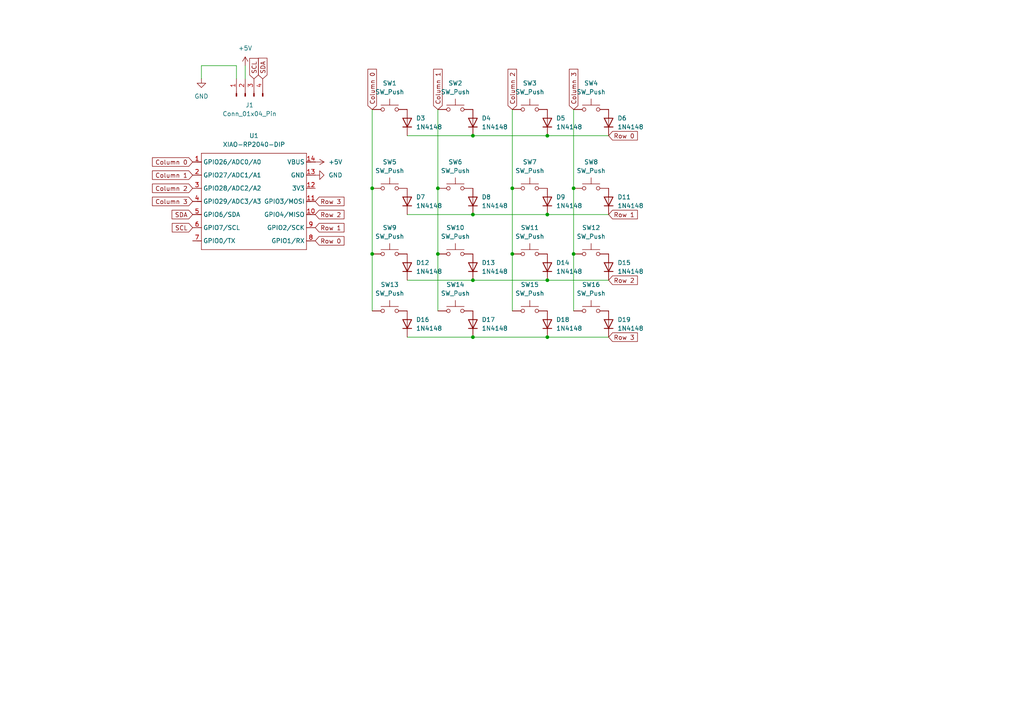
<source format=kicad_sch>
(kicad_sch
	(version 20250114)
	(generator "eeschema")
	(generator_version "9.0")
	(uuid "5a45d11c-20f9-4b1f-9ce2-823128d49eb4")
	(paper "A4")
	(lib_symbols
		(symbol "Connector:Conn_01x04_Pin"
			(pin_names
				(offset 1.016)
				(hide yes)
			)
			(exclude_from_sim no)
			(in_bom yes)
			(on_board yes)
			(property "Reference" "J"
				(at 0 5.08 0)
				(effects
					(font
						(size 1.27 1.27)
					)
				)
			)
			(property "Value" "Conn_01x04_Pin"
				(at 0 -7.62 0)
				(effects
					(font
						(size 1.27 1.27)
					)
				)
			)
			(property "Footprint" ""
				(at 0 0 0)
				(effects
					(font
						(size 1.27 1.27)
					)
					(hide yes)
				)
			)
			(property "Datasheet" "~"
				(at 0 0 0)
				(effects
					(font
						(size 1.27 1.27)
					)
					(hide yes)
				)
			)
			(property "Description" "Generic connector, single row, 01x04, script generated"
				(at 0 0 0)
				(effects
					(font
						(size 1.27 1.27)
					)
					(hide yes)
				)
			)
			(property "ki_locked" ""
				(at 0 0 0)
				(effects
					(font
						(size 1.27 1.27)
					)
				)
			)
			(property "ki_keywords" "connector"
				(at 0 0 0)
				(effects
					(font
						(size 1.27 1.27)
					)
					(hide yes)
				)
			)
			(property "ki_fp_filters" "Connector*:*_1x??_*"
				(at 0 0 0)
				(effects
					(font
						(size 1.27 1.27)
					)
					(hide yes)
				)
			)
			(symbol "Conn_01x04_Pin_1_1"
				(rectangle
					(start 0.8636 2.667)
					(end 0 2.413)
					(stroke
						(width 0.1524)
						(type default)
					)
					(fill
						(type outline)
					)
				)
				(rectangle
					(start 0.8636 0.127)
					(end 0 -0.127)
					(stroke
						(width 0.1524)
						(type default)
					)
					(fill
						(type outline)
					)
				)
				(rectangle
					(start 0.8636 -2.413)
					(end 0 -2.667)
					(stroke
						(width 0.1524)
						(type default)
					)
					(fill
						(type outline)
					)
				)
				(rectangle
					(start 0.8636 -4.953)
					(end 0 -5.207)
					(stroke
						(width 0.1524)
						(type default)
					)
					(fill
						(type outline)
					)
				)
				(polyline
					(pts
						(xy 1.27 2.54) (xy 0.8636 2.54)
					)
					(stroke
						(width 0.1524)
						(type default)
					)
					(fill
						(type none)
					)
				)
				(polyline
					(pts
						(xy 1.27 0) (xy 0.8636 0)
					)
					(stroke
						(width 0.1524)
						(type default)
					)
					(fill
						(type none)
					)
				)
				(polyline
					(pts
						(xy 1.27 -2.54) (xy 0.8636 -2.54)
					)
					(stroke
						(width 0.1524)
						(type default)
					)
					(fill
						(type none)
					)
				)
				(polyline
					(pts
						(xy 1.27 -5.08) (xy 0.8636 -5.08)
					)
					(stroke
						(width 0.1524)
						(type default)
					)
					(fill
						(type none)
					)
				)
				(pin passive line
					(at 5.08 2.54 180)
					(length 3.81)
					(name "Pin_1"
						(effects
							(font
								(size 1.27 1.27)
							)
						)
					)
					(number "1"
						(effects
							(font
								(size 1.27 1.27)
							)
						)
					)
				)
				(pin passive line
					(at 5.08 0 180)
					(length 3.81)
					(name "Pin_2"
						(effects
							(font
								(size 1.27 1.27)
							)
						)
					)
					(number "2"
						(effects
							(font
								(size 1.27 1.27)
							)
						)
					)
				)
				(pin passive line
					(at 5.08 -2.54 180)
					(length 3.81)
					(name "Pin_3"
						(effects
							(font
								(size 1.27 1.27)
							)
						)
					)
					(number "3"
						(effects
							(font
								(size 1.27 1.27)
							)
						)
					)
				)
				(pin passive line
					(at 5.08 -5.08 180)
					(length 3.81)
					(name "Pin_4"
						(effects
							(font
								(size 1.27 1.27)
							)
						)
					)
					(number "4"
						(effects
							(font
								(size 1.27 1.27)
							)
						)
					)
				)
			)
			(embedded_fonts no)
		)
		(symbol "Diode:1N4148"
			(pin_numbers
				(hide yes)
			)
			(pin_names
				(hide yes)
			)
			(exclude_from_sim no)
			(in_bom yes)
			(on_board yes)
			(property "Reference" "D"
				(at 0 2.54 0)
				(effects
					(font
						(size 1.27 1.27)
					)
				)
			)
			(property "Value" "1N4148"
				(at 0 -2.54 0)
				(effects
					(font
						(size 1.27 1.27)
					)
				)
			)
			(property "Footprint" "Diode_THT:D_DO-35_SOD27_P7.62mm_Horizontal"
				(at 0 0 0)
				(effects
					(font
						(size 1.27 1.27)
					)
					(hide yes)
				)
			)
			(property "Datasheet" "https://assets.nexperia.com/documents/data-sheet/1N4148_1N4448.pdf"
				(at 0 0 0)
				(effects
					(font
						(size 1.27 1.27)
					)
					(hide yes)
				)
			)
			(property "Description" "100V 0.15A standard switching diode, DO-35"
				(at 0 0 0)
				(effects
					(font
						(size 1.27 1.27)
					)
					(hide yes)
				)
			)
			(property "Sim.Device" "D"
				(at 0 0 0)
				(effects
					(font
						(size 1.27 1.27)
					)
					(hide yes)
				)
			)
			(property "Sim.Pins" "1=K 2=A"
				(at 0 0 0)
				(effects
					(font
						(size 1.27 1.27)
					)
					(hide yes)
				)
			)
			(property "ki_keywords" "diode"
				(at 0 0 0)
				(effects
					(font
						(size 1.27 1.27)
					)
					(hide yes)
				)
			)
			(property "ki_fp_filters" "D*DO?35*"
				(at 0 0 0)
				(effects
					(font
						(size 1.27 1.27)
					)
					(hide yes)
				)
			)
			(symbol "1N4148_0_1"
				(polyline
					(pts
						(xy -1.27 1.27) (xy -1.27 -1.27)
					)
					(stroke
						(width 0.254)
						(type default)
					)
					(fill
						(type none)
					)
				)
				(polyline
					(pts
						(xy 1.27 1.27) (xy 1.27 -1.27) (xy -1.27 0) (xy 1.27 1.27)
					)
					(stroke
						(width 0.254)
						(type default)
					)
					(fill
						(type none)
					)
				)
				(polyline
					(pts
						(xy 1.27 0) (xy -1.27 0)
					)
					(stroke
						(width 0)
						(type default)
					)
					(fill
						(type none)
					)
				)
			)
			(symbol "1N4148_1_1"
				(pin passive line
					(at -3.81 0 0)
					(length 2.54)
					(name "K"
						(effects
							(font
								(size 1.27 1.27)
							)
						)
					)
					(number "1"
						(effects
							(font
								(size 1.27 1.27)
							)
						)
					)
				)
				(pin passive line
					(at 3.81 0 180)
					(length 2.54)
					(name "A"
						(effects
							(font
								(size 1.27 1.27)
							)
						)
					)
					(number "2"
						(effects
							(font
								(size 1.27 1.27)
							)
						)
					)
				)
			)
			(embedded_fonts no)
		)
		(symbol "OPL:XIAO-RP2040-DIP"
			(exclude_from_sim no)
			(in_bom yes)
			(on_board yes)
			(property "Reference" "U"
				(at 0 0 0)
				(effects
					(font
						(size 1.27 1.27)
					)
				)
			)
			(property "Value" "XIAO-RP2040-DIP"
				(at 5.334 -1.778 0)
				(effects
					(font
						(size 1.27 1.27)
					)
				)
			)
			(property "Footprint" "Module:MOUDLE14P-XIAO-DIP-SMD"
				(at 14.478 -32.258 0)
				(effects
					(font
						(size 1.27 1.27)
					)
					(hide yes)
				)
			)
			(property "Datasheet" ""
				(at 0 0 0)
				(effects
					(font
						(size 1.27 1.27)
					)
					(hide yes)
				)
			)
			(property "Description" ""
				(at 0 0 0)
				(effects
					(font
						(size 1.27 1.27)
					)
					(hide yes)
				)
			)
			(symbol "XIAO-RP2040-DIP_1_0"
				(polyline
					(pts
						(xy -1.27 -2.54) (xy 29.21 -2.54)
					)
					(stroke
						(width 0.1524)
						(type solid)
					)
					(fill
						(type none)
					)
				)
				(polyline
					(pts
						(xy -1.27 -5.08) (xy -2.54 -5.08)
					)
					(stroke
						(width 0.1524)
						(type solid)
					)
					(fill
						(type none)
					)
				)
				(polyline
					(pts
						(xy -1.27 -5.08) (xy -1.27 -2.54)
					)
					(stroke
						(width 0.1524)
						(type solid)
					)
					(fill
						(type none)
					)
				)
				(polyline
					(pts
						(xy -1.27 -8.89) (xy -2.54 -8.89)
					)
					(stroke
						(width 0.1524)
						(type solid)
					)
					(fill
						(type none)
					)
				)
				(polyline
					(pts
						(xy -1.27 -8.89) (xy -1.27 -5.08)
					)
					(stroke
						(width 0.1524)
						(type solid)
					)
					(fill
						(type none)
					)
				)
				(polyline
					(pts
						(xy -1.27 -12.7) (xy -2.54 -12.7)
					)
					(stroke
						(width 0.1524)
						(type solid)
					)
					(fill
						(type none)
					)
				)
				(polyline
					(pts
						(xy -1.27 -12.7) (xy -1.27 -8.89)
					)
					(stroke
						(width 0.1524)
						(type solid)
					)
					(fill
						(type none)
					)
				)
				(polyline
					(pts
						(xy -1.27 -16.51) (xy -2.54 -16.51)
					)
					(stroke
						(width 0.1524)
						(type solid)
					)
					(fill
						(type none)
					)
				)
				(polyline
					(pts
						(xy -1.27 -16.51) (xy -1.27 -12.7)
					)
					(stroke
						(width 0.1524)
						(type solid)
					)
					(fill
						(type none)
					)
				)
				(polyline
					(pts
						(xy -1.27 -20.32) (xy -2.54 -20.32)
					)
					(stroke
						(width 0.1524)
						(type solid)
					)
					(fill
						(type none)
					)
				)
				(polyline
					(pts
						(xy -1.27 -24.13) (xy -2.54 -24.13)
					)
					(stroke
						(width 0.1524)
						(type solid)
					)
					(fill
						(type none)
					)
				)
				(polyline
					(pts
						(xy -1.27 -27.94) (xy -2.54 -27.94)
					)
					(stroke
						(width 0.1524)
						(type solid)
					)
					(fill
						(type none)
					)
				)
				(polyline
					(pts
						(xy -1.27 -30.48) (xy -1.27 -16.51)
					)
					(stroke
						(width 0.1524)
						(type solid)
					)
					(fill
						(type none)
					)
				)
				(polyline
					(pts
						(xy 29.21 -2.54) (xy 29.21 -5.08)
					)
					(stroke
						(width 0.1524)
						(type solid)
					)
					(fill
						(type none)
					)
				)
				(polyline
					(pts
						(xy 29.21 -5.08) (xy 29.21 -8.89)
					)
					(stroke
						(width 0.1524)
						(type solid)
					)
					(fill
						(type none)
					)
				)
				(polyline
					(pts
						(xy 29.21 -8.89) (xy 29.21 -12.7)
					)
					(stroke
						(width 0.1524)
						(type solid)
					)
					(fill
						(type none)
					)
				)
				(polyline
					(pts
						(xy 29.21 -12.7) (xy 29.21 -30.48)
					)
					(stroke
						(width 0.1524)
						(type solid)
					)
					(fill
						(type none)
					)
				)
				(polyline
					(pts
						(xy 29.21 -30.48) (xy -1.27 -30.48)
					)
					(stroke
						(width 0.1524)
						(type solid)
					)
					(fill
						(type none)
					)
				)
				(polyline
					(pts
						(xy 30.48 -5.08) (xy 29.21 -5.08)
					)
					(stroke
						(width 0.1524)
						(type solid)
					)
					(fill
						(type none)
					)
				)
				(polyline
					(pts
						(xy 30.48 -8.89) (xy 29.21 -8.89)
					)
					(stroke
						(width 0.1524)
						(type solid)
					)
					(fill
						(type none)
					)
				)
				(polyline
					(pts
						(xy 30.48 -12.7) (xy 29.21 -12.7)
					)
					(stroke
						(width 0.1524)
						(type solid)
					)
					(fill
						(type none)
					)
				)
				(polyline
					(pts
						(xy 30.48 -16.51) (xy 29.21 -16.51)
					)
					(stroke
						(width 0.1524)
						(type solid)
					)
					(fill
						(type none)
					)
				)
				(polyline
					(pts
						(xy 30.48 -20.32) (xy 29.21 -20.32)
					)
					(stroke
						(width 0.1524)
						(type solid)
					)
					(fill
						(type none)
					)
				)
				(polyline
					(pts
						(xy 30.48 -24.13) (xy 29.21 -24.13)
					)
					(stroke
						(width 0.1524)
						(type solid)
					)
					(fill
						(type none)
					)
				)
				(polyline
					(pts
						(xy 30.48 -27.94) (xy 29.21 -27.94)
					)
					(stroke
						(width 0.1524)
						(type solid)
					)
					(fill
						(type none)
					)
				)
				(pin passive line
					(at -3.81 -5.08 0)
					(length 2.54)
					(name "GPIO26/ADC0/A0"
						(effects
							(font
								(size 1.27 1.27)
							)
						)
					)
					(number "1"
						(effects
							(font
								(size 1.27 1.27)
							)
						)
					)
				)
				(pin passive line
					(at -3.81 -8.89 0)
					(length 2.54)
					(name "GPIO27/ADC1/A1"
						(effects
							(font
								(size 1.27 1.27)
							)
						)
					)
					(number "2"
						(effects
							(font
								(size 1.27 1.27)
							)
						)
					)
				)
				(pin passive line
					(at -3.81 -12.7 0)
					(length 2.54)
					(name "GPIO28/ADC2/A2"
						(effects
							(font
								(size 1.27 1.27)
							)
						)
					)
					(number "3"
						(effects
							(font
								(size 1.27 1.27)
							)
						)
					)
				)
				(pin passive line
					(at -3.81 -16.51 0)
					(length 2.54)
					(name "GPIO29/ADC3/A3"
						(effects
							(font
								(size 1.27 1.27)
							)
						)
					)
					(number "4"
						(effects
							(font
								(size 1.27 1.27)
							)
						)
					)
				)
				(pin passive line
					(at -3.81 -20.32 0)
					(length 2.54)
					(name "GPIO6/SDA"
						(effects
							(font
								(size 1.27 1.27)
							)
						)
					)
					(number "5"
						(effects
							(font
								(size 1.27 1.27)
							)
						)
					)
				)
				(pin passive line
					(at -3.81 -24.13 0)
					(length 2.54)
					(name "GPIO7/SCL"
						(effects
							(font
								(size 1.27 1.27)
							)
						)
					)
					(number "6"
						(effects
							(font
								(size 1.27 1.27)
							)
						)
					)
				)
				(pin passive line
					(at -3.81 -27.94 0)
					(length 2.54)
					(name "GPIO0/TX"
						(effects
							(font
								(size 1.27 1.27)
							)
						)
					)
					(number "7"
						(effects
							(font
								(size 1.27 1.27)
							)
						)
					)
				)
				(pin passive line
					(at 31.75 -5.08 180)
					(length 2.54)
					(name "VBUS"
						(effects
							(font
								(size 1.27 1.27)
							)
						)
					)
					(number "14"
						(effects
							(font
								(size 1.27 1.27)
							)
						)
					)
				)
				(pin passive line
					(at 31.75 -8.89 180)
					(length 2.54)
					(name "GND"
						(effects
							(font
								(size 1.27 1.27)
							)
						)
					)
					(number "13"
						(effects
							(font
								(size 1.27 1.27)
							)
						)
					)
				)
				(pin passive line
					(at 31.75 -12.7 180)
					(length 2.54)
					(name "3V3"
						(effects
							(font
								(size 1.27 1.27)
							)
						)
					)
					(number "12"
						(effects
							(font
								(size 1.27 1.27)
							)
						)
					)
				)
				(pin passive line
					(at 31.75 -16.51 180)
					(length 2.54)
					(name "GPIO3/MOSI"
						(effects
							(font
								(size 1.27 1.27)
							)
						)
					)
					(number "11"
						(effects
							(font
								(size 1.27 1.27)
							)
						)
					)
				)
				(pin passive line
					(at 31.75 -20.32 180)
					(length 2.54)
					(name "GPIO4/MISO"
						(effects
							(font
								(size 1.27 1.27)
							)
						)
					)
					(number "10"
						(effects
							(font
								(size 1.27 1.27)
							)
						)
					)
				)
				(pin passive line
					(at 31.75 -24.13 180)
					(length 2.54)
					(name "GPIO2/SCK"
						(effects
							(font
								(size 1.27 1.27)
							)
						)
					)
					(number "9"
						(effects
							(font
								(size 1.27 1.27)
							)
						)
					)
				)
				(pin passive line
					(at 31.75 -27.94 180)
					(length 2.54)
					(name "GPIO1/RX"
						(effects
							(font
								(size 1.27 1.27)
							)
						)
					)
					(number "8"
						(effects
							(font
								(size 1.27 1.27)
							)
						)
					)
				)
			)
			(embedded_fonts no)
		)
		(symbol "Switch:SW_Push"
			(pin_numbers
				(hide yes)
			)
			(pin_names
				(offset 1.016)
				(hide yes)
			)
			(exclude_from_sim no)
			(in_bom yes)
			(on_board yes)
			(property "Reference" "SW"
				(at 1.27 2.54 0)
				(effects
					(font
						(size 1.27 1.27)
					)
					(justify left)
				)
			)
			(property "Value" "SW_Push"
				(at 0 -1.524 0)
				(effects
					(font
						(size 1.27 1.27)
					)
				)
			)
			(property "Footprint" ""
				(at 0 5.08 0)
				(effects
					(font
						(size 1.27 1.27)
					)
					(hide yes)
				)
			)
			(property "Datasheet" "~"
				(at 0 5.08 0)
				(effects
					(font
						(size 1.27 1.27)
					)
					(hide yes)
				)
			)
			(property "Description" "Push button switch, generic, two pins"
				(at 0 0 0)
				(effects
					(font
						(size 1.27 1.27)
					)
					(hide yes)
				)
			)
			(property "ki_keywords" "switch normally-open pushbutton push-button"
				(at 0 0 0)
				(effects
					(font
						(size 1.27 1.27)
					)
					(hide yes)
				)
			)
			(symbol "SW_Push_0_1"
				(circle
					(center -2.032 0)
					(radius 0.508)
					(stroke
						(width 0)
						(type default)
					)
					(fill
						(type none)
					)
				)
				(polyline
					(pts
						(xy 0 1.27) (xy 0 3.048)
					)
					(stroke
						(width 0)
						(type default)
					)
					(fill
						(type none)
					)
				)
				(circle
					(center 2.032 0)
					(radius 0.508)
					(stroke
						(width 0)
						(type default)
					)
					(fill
						(type none)
					)
				)
				(polyline
					(pts
						(xy 2.54 1.27) (xy -2.54 1.27)
					)
					(stroke
						(width 0)
						(type default)
					)
					(fill
						(type none)
					)
				)
				(pin passive line
					(at -5.08 0 0)
					(length 2.54)
					(name "1"
						(effects
							(font
								(size 1.27 1.27)
							)
						)
					)
					(number "1"
						(effects
							(font
								(size 1.27 1.27)
							)
						)
					)
				)
				(pin passive line
					(at 5.08 0 180)
					(length 2.54)
					(name "2"
						(effects
							(font
								(size 1.27 1.27)
							)
						)
					)
					(number "2"
						(effects
							(font
								(size 1.27 1.27)
							)
						)
					)
				)
			)
			(embedded_fonts no)
		)
		(symbol "power:+5V"
			(power)
			(pin_numbers
				(hide yes)
			)
			(pin_names
				(offset 0)
				(hide yes)
			)
			(exclude_from_sim no)
			(in_bom yes)
			(on_board yes)
			(property "Reference" "#PWR"
				(at 0 -3.81 0)
				(effects
					(font
						(size 1.27 1.27)
					)
					(hide yes)
				)
			)
			(property "Value" "+5V"
				(at 0 3.556 0)
				(effects
					(font
						(size 1.27 1.27)
					)
				)
			)
			(property "Footprint" ""
				(at 0 0 0)
				(effects
					(font
						(size 1.27 1.27)
					)
					(hide yes)
				)
			)
			(property "Datasheet" ""
				(at 0 0 0)
				(effects
					(font
						(size 1.27 1.27)
					)
					(hide yes)
				)
			)
			(property "Description" "Power symbol creates a global label with name \"+5V\""
				(at 0 0 0)
				(effects
					(font
						(size 1.27 1.27)
					)
					(hide yes)
				)
			)
			(property "ki_keywords" "global power"
				(at 0 0 0)
				(effects
					(font
						(size 1.27 1.27)
					)
					(hide yes)
				)
			)
			(symbol "+5V_0_1"
				(polyline
					(pts
						(xy -0.762 1.27) (xy 0 2.54)
					)
					(stroke
						(width 0)
						(type default)
					)
					(fill
						(type none)
					)
				)
				(polyline
					(pts
						(xy 0 2.54) (xy 0.762 1.27)
					)
					(stroke
						(width 0)
						(type default)
					)
					(fill
						(type none)
					)
				)
				(polyline
					(pts
						(xy 0 0) (xy 0 2.54)
					)
					(stroke
						(width 0)
						(type default)
					)
					(fill
						(type none)
					)
				)
			)
			(symbol "+5V_1_1"
				(pin power_in line
					(at 0 0 90)
					(length 0)
					(name "~"
						(effects
							(font
								(size 1.27 1.27)
							)
						)
					)
					(number "1"
						(effects
							(font
								(size 1.27 1.27)
							)
						)
					)
				)
			)
			(embedded_fonts no)
		)
		(symbol "power:GND"
			(power)
			(pin_numbers
				(hide yes)
			)
			(pin_names
				(offset 0)
				(hide yes)
			)
			(exclude_from_sim no)
			(in_bom yes)
			(on_board yes)
			(property "Reference" "#PWR"
				(at 0 -6.35 0)
				(effects
					(font
						(size 1.27 1.27)
					)
					(hide yes)
				)
			)
			(property "Value" "GND"
				(at 0 -3.81 0)
				(effects
					(font
						(size 1.27 1.27)
					)
				)
			)
			(property "Footprint" ""
				(at 0 0 0)
				(effects
					(font
						(size 1.27 1.27)
					)
					(hide yes)
				)
			)
			(property "Datasheet" ""
				(at 0 0 0)
				(effects
					(font
						(size 1.27 1.27)
					)
					(hide yes)
				)
			)
			(property "Description" "Power symbol creates a global label with name \"GND\" , ground"
				(at 0 0 0)
				(effects
					(font
						(size 1.27 1.27)
					)
					(hide yes)
				)
			)
			(property "ki_keywords" "global power"
				(at 0 0 0)
				(effects
					(font
						(size 1.27 1.27)
					)
					(hide yes)
				)
			)
			(symbol "GND_0_1"
				(polyline
					(pts
						(xy 0 0) (xy 0 -1.27) (xy 1.27 -1.27) (xy 0 -2.54) (xy -1.27 -1.27) (xy 0 -1.27)
					)
					(stroke
						(width 0)
						(type default)
					)
					(fill
						(type none)
					)
				)
			)
			(symbol "GND_1_1"
				(pin power_in line
					(at 0 0 270)
					(length 0)
					(name "~"
						(effects
							(font
								(size 1.27 1.27)
							)
						)
					)
					(number "1"
						(effects
							(font
								(size 1.27 1.27)
							)
						)
					)
				)
			)
			(embedded_fonts no)
		)
	)
	(junction
		(at 166.37 54.61)
		(diameter 0)
		(color 0 0 0 0)
		(uuid "001d605f-55c6-4a34-b720-5bc5198aada9")
	)
	(junction
		(at 137.16 81.28)
		(diameter 0)
		(color 0 0 0 0)
		(uuid "0ca9418f-b232-4eae-a113-98ebdf3e26e9")
	)
	(junction
		(at 137.16 39.37)
		(diameter 0)
		(color 0 0 0 0)
		(uuid "1161b46f-0676-4933-b197-747abbab038b")
	)
	(junction
		(at 158.75 39.37)
		(diameter 0)
		(color 0 0 0 0)
		(uuid "40501ae6-846c-4ba6-a887-37403b5a6a94")
	)
	(junction
		(at 148.59 54.61)
		(diameter 0)
		(color 0 0 0 0)
		(uuid "42ede014-5557-49c0-a9c2-1f04189506d7")
	)
	(junction
		(at 127 73.66)
		(diameter 0)
		(color 0 0 0 0)
		(uuid "49f38a57-5dfa-420f-9667-b4e12083a853")
	)
	(junction
		(at 107.95 54.61)
		(diameter 0)
		(color 0 0 0 0)
		(uuid "4adc5bd2-fc1e-454e-ac4b-e67178d632ce")
	)
	(junction
		(at 158.75 97.79)
		(diameter 0)
		(color 0 0 0 0)
		(uuid "517e16d1-1ec0-4700-80ae-ec083e352a2e")
	)
	(junction
		(at 158.75 81.28)
		(diameter 0)
		(color 0 0 0 0)
		(uuid "5acbda96-4e73-470e-9a2e-2856b8221f26")
	)
	(junction
		(at 107.95 73.66)
		(diameter 0)
		(color 0 0 0 0)
		(uuid "64a94122-6d2c-4bb0-a761-8ba670440e06")
	)
	(junction
		(at 137.16 62.23)
		(diameter 0)
		(color 0 0 0 0)
		(uuid "90c8f53d-26b4-4899-a988-f4a4efc98d95")
	)
	(junction
		(at 148.59 73.66)
		(diameter 0)
		(color 0 0 0 0)
		(uuid "a966d653-1232-4db6-87dc-e75bcc1c6e28")
	)
	(junction
		(at 127 54.61)
		(diameter 0)
		(color 0 0 0 0)
		(uuid "af468674-2c7d-4d82-8b03-52f248852937")
	)
	(junction
		(at 158.75 62.23)
		(diameter 0)
		(color 0 0 0 0)
		(uuid "b5d2d224-5620-4d27-8392-a94a8a6af9bf")
	)
	(junction
		(at 166.37 73.66)
		(diameter 0)
		(color 0 0 0 0)
		(uuid "bf151e12-3dc6-4f29-8c30-821aea323fb4")
	)
	(junction
		(at 137.16 97.79)
		(diameter 0)
		(color 0 0 0 0)
		(uuid "e3e31591-30ac-4935-9b0f-4b8d11db648c")
	)
	(wire
		(pts
			(xy 166.37 73.66) (xy 166.37 90.17)
		)
		(stroke
			(width 0)
			(type default)
		)
		(uuid "0911ed9c-fd28-41fe-a0ff-b8b6e5a19fbf")
	)
	(wire
		(pts
			(xy 137.16 39.37) (xy 158.75 39.37)
		)
		(stroke
			(width 0)
			(type default)
		)
		(uuid "0d5b71fb-8aec-41a6-949e-ccfdfce6878c")
	)
	(wire
		(pts
			(xy 166.37 54.61) (xy 166.37 73.66)
		)
		(stroke
			(width 0)
			(type default)
		)
		(uuid "1109b539-1a28-484a-a5fe-0e199dfba31c")
	)
	(wire
		(pts
			(xy 107.95 73.66) (xy 107.95 90.17)
		)
		(stroke
			(width 0)
			(type default)
		)
		(uuid "209b6f2d-3fa5-46ef-b3ea-4cc3028016b6")
	)
	(wire
		(pts
			(xy 137.16 81.28) (xy 158.75 81.28)
		)
		(stroke
			(width 0)
			(type default)
		)
		(uuid "2515add2-64aa-45a8-b2fd-cd0b9161eaf0")
	)
	(wire
		(pts
			(xy 158.75 81.28) (xy 176.53 81.28)
		)
		(stroke
			(width 0)
			(type default)
		)
		(uuid "30053368-355f-426f-b43a-0b91cb51cb5f")
	)
	(wire
		(pts
			(xy 107.95 54.61) (xy 107.95 73.66)
		)
		(stroke
			(width 0)
			(type default)
		)
		(uuid "34beb588-cc0f-408e-a36e-6ca523304c51")
	)
	(wire
		(pts
			(xy 118.11 97.79) (xy 137.16 97.79)
		)
		(stroke
			(width 0)
			(type default)
		)
		(uuid "6e1aa308-fdbc-478e-86c0-5a976d1c958d")
	)
	(wire
		(pts
			(xy 127 73.66) (xy 127 90.17)
		)
		(stroke
			(width 0)
			(type default)
		)
		(uuid "7450c415-a0df-42cb-9104-ecb13f2588e3")
	)
	(wire
		(pts
			(xy 58.42 22.86) (xy 58.42 19.05)
		)
		(stroke
			(width 0)
			(type default)
		)
		(uuid "7b9af937-9e5e-4ea4-95ba-b5183493c315")
	)
	(wire
		(pts
			(xy 127 31.75) (xy 127 54.61)
		)
		(stroke
			(width 0)
			(type default)
		)
		(uuid "80e36ea9-de4f-4704-84c4-0fd2baee5008")
	)
	(wire
		(pts
			(xy 166.37 31.75) (xy 166.37 54.61)
		)
		(stroke
			(width 0)
			(type default)
		)
		(uuid "8aba1e74-9658-4bf3-8f07-7ae0dd050ee6")
	)
	(wire
		(pts
			(xy 68.58 19.05) (xy 68.58 22.86)
		)
		(stroke
			(width 0)
			(type default)
		)
		(uuid "8cb5d7a8-861b-4622-a1d8-e10454c0df08")
	)
	(wire
		(pts
			(xy 118.11 81.28) (xy 137.16 81.28)
		)
		(stroke
			(width 0)
			(type default)
		)
		(uuid "8dbf9897-205e-4724-92cc-0c3f9660d563")
	)
	(wire
		(pts
			(xy 148.59 73.66) (xy 148.59 90.17)
		)
		(stroke
			(width 0)
			(type default)
		)
		(uuid "90fc0611-674e-477c-8f37-2ee3e15fe1db")
	)
	(wire
		(pts
			(xy 71.12 19.05) (xy 71.12 22.86)
		)
		(stroke
			(width 0)
			(type default)
		)
		(uuid "9107dcd0-cae7-4ea6-a770-34e92f2571d0")
	)
	(wire
		(pts
			(xy 137.16 97.79) (xy 158.75 97.79)
		)
		(stroke
			(width 0)
			(type default)
		)
		(uuid "965a536a-02bf-4eba-a938-ce5907851ea7")
	)
	(wire
		(pts
			(xy 58.42 19.05) (xy 68.58 19.05)
		)
		(stroke
			(width 0)
			(type default)
		)
		(uuid "ae4772fb-a227-4dc4-bf49-189b6fec4764")
	)
	(wire
		(pts
			(xy 148.59 31.75) (xy 148.59 54.61)
		)
		(stroke
			(width 0)
			(type default)
		)
		(uuid "af9b0a36-7224-484f-9225-222f47c37c2a")
	)
	(wire
		(pts
			(xy 158.75 62.23) (xy 176.53 62.23)
		)
		(stroke
			(width 0)
			(type default)
		)
		(uuid "b17edc7b-c220-4323-b728-4f2fc697b99b")
	)
	(wire
		(pts
			(xy 118.11 62.23) (xy 137.16 62.23)
		)
		(stroke
			(width 0)
			(type default)
		)
		(uuid "b2372642-74a1-43cb-98c8-66b17876ea94")
	)
	(wire
		(pts
			(xy 158.75 97.79) (xy 176.53 97.79)
		)
		(stroke
			(width 0)
			(type default)
		)
		(uuid "b50828e1-8460-442a-a18f-e2d8c2872830")
	)
	(wire
		(pts
			(xy 137.16 62.23) (xy 158.75 62.23)
		)
		(stroke
			(width 0)
			(type default)
		)
		(uuid "b66be59c-69c3-4d98-8ed4-70b09eb27a59")
	)
	(wire
		(pts
			(xy 118.11 39.37) (xy 137.16 39.37)
		)
		(stroke
			(width 0)
			(type default)
		)
		(uuid "bcf3fc68-7ed4-4124-a1ec-be18eb8fa06d")
	)
	(wire
		(pts
			(xy 148.59 54.61) (xy 148.59 73.66)
		)
		(stroke
			(width 0)
			(type default)
		)
		(uuid "bdd6328b-cc51-4136-91f0-468efda4579f")
	)
	(wire
		(pts
			(xy 127 54.61) (xy 127 73.66)
		)
		(stroke
			(width 0)
			(type default)
		)
		(uuid "c004c867-00c0-4a61-85c7-2d8dafd9ea17")
	)
	(wire
		(pts
			(xy 107.95 31.75) (xy 107.95 54.61)
		)
		(stroke
			(width 0)
			(type default)
		)
		(uuid "db2eb806-255f-4375-8f21-1d35b04228da")
	)
	(wire
		(pts
			(xy 158.75 39.37) (xy 176.53 39.37)
		)
		(stroke
			(width 0)
			(type default)
		)
		(uuid "dcd0b8af-7dea-416f-a5d3-a8d2479f2b28")
	)
	(global_label "Column 3"
		(shape input)
		(at 55.88 58.42 180)
		(fields_autoplaced yes)
		(effects
			(font
				(size 1.27 1.27)
			)
			(justify right)
		)
		(uuid "06470d08-edb7-44f3-8c71-5f965edf8ea9")
		(property "Intersheetrefs" "${INTERSHEET_REFS}"
			(at 43.6422 58.42 0)
			(effects
				(font
					(size 1.27 1.27)
				)
				(justify right)
				(hide yes)
			)
		)
	)
	(global_label "Row 1"
		(shape input)
		(at 91.44 66.04 0)
		(fields_autoplaced yes)
		(effects
			(font
				(size 1.27 1.27)
			)
			(justify left)
		)
		(uuid "26140421-051e-4ef8-bd7c-9c222e8b1d5f")
		(property "Intersheetrefs" "${INTERSHEET_REFS}"
			(at 100.3518 66.04 0)
			(effects
				(font
					(size 1.27 1.27)
				)
				(justify left)
				(hide yes)
			)
		)
	)
	(global_label "Row 3"
		(shape input)
		(at 176.53 97.79 0)
		(fields_autoplaced yes)
		(effects
			(font
				(size 1.27 1.27)
			)
			(justify left)
		)
		(uuid "2b1b0f0d-47c1-4216-a4cb-7599b437fdef")
		(property "Intersheetrefs" "${INTERSHEET_REFS}"
			(at 185.4418 97.79 0)
			(effects
				(font
					(size 1.27 1.27)
				)
				(justify left)
				(hide yes)
			)
		)
	)
	(global_label "Row 2"
		(shape input)
		(at 91.44 62.23 0)
		(fields_autoplaced yes)
		(effects
			(font
				(size 1.27 1.27)
			)
			(justify left)
		)
		(uuid "2f3cf3a8-e6c0-428c-ab28-c6cf3e409f7d")
		(property "Intersheetrefs" "${INTERSHEET_REFS}"
			(at 100.3518 62.23 0)
			(effects
				(font
					(size 1.27 1.27)
				)
				(justify left)
				(hide yes)
			)
		)
	)
	(global_label "Row 3"
		(shape input)
		(at 91.44 58.42 0)
		(fields_autoplaced yes)
		(effects
			(font
				(size 1.27 1.27)
			)
			(justify left)
		)
		(uuid "449dc4a7-2c05-4e11-83dc-e4f00441b765")
		(property "Intersheetrefs" "${INTERSHEET_REFS}"
			(at 100.3518 58.42 0)
			(effects
				(font
					(size 1.27 1.27)
				)
				(justify left)
				(hide yes)
			)
		)
	)
	(global_label "Row 1"
		(shape input)
		(at 176.53 62.23 0)
		(fields_autoplaced yes)
		(effects
			(font
				(size 1.27 1.27)
			)
			(justify left)
		)
		(uuid "5c63d3ec-0316-471a-b1ee-082313f679fa")
		(property "Intersheetrefs" "${INTERSHEET_REFS}"
			(at 185.4418 62.23 0)
			(effects
				(font
					(size 1.27 1.27)
				)
				(justify left)
				(hide yes)
			)
		)
	)
	(global_label "Column 1"
		(shape input)
		(at 55.88 50.8 180)
		(fields_autoplaced yes)
		(effects
			(font
				(size 1.27 1.27)
			)
			(justify right)
		)
		(uuid "5cb40b48-11da-49ee-a979-416f77f1f32d")
		(property "Intersheetrefs" "${INTERSHEET_REFS}"
			(at 43.6422 50.8 0)
			(effects
				(font
					(size 1.27 1.27)
				)
				(justify right)
				(hide yes)
			)
		)
	)
	(global_label "Column 1"
		(shape input)
		(at 127 31.75 90)
		(fields_autoplaced yes)
		(effects
			(font
				(size 1.27 1.27)
			)
			(justify left)
		)
		(uuid "6237033f-8928-49ac-b733-2b7829cb6320")
		(property "Intersheetrefs" "${INTERSHEET_REFS}"
			(at 127 19.5122 90)
			(effects
				(font
					(size 1.27 1.27)
				)
				(justify left)
				(hide yes)
			)
		)
	)
	(global_label "Column 0"
		(shape input)
		(at 107.95 31.75 90)
		(fields_autoplaced yes)
		(effects
			(font
				(size 1.27 1.27)
			)
			(justify left)
		)
		(uuid "7246c30a-e0da-4c9e-82ad-c2cb8c4249eb")
		(property "Intersheetrefs" "${INTERSHEET_REFS}"
			(at 107.95 19.5122 90)
			(effects
				(font
					(size 1.27 1.27)
				)
				(justify left)
				(hide yes)
			)
		)
	)
	(global_label "Row 0"
		(shape input)
		(at 176.53 39.37 0)
		(fields_autoplaced yes)
		(effects
			(font
				(size 1.27 1.27)
			)
			(justify left)
		)
		(uuid "74542eff-84a3-4060-bf97-eb1a7d90519d")
		(property "Intersheetrefs" "${INTERSHEET_REFS}"
			(at 185.4418 39.37 0)
			(effects
				(font
					(size 1.27 1.27)
				)
				(justify left)
				(hide yes)
			)
		)
	)
	(global_label "SDA"
		(shape input)
		(at 76.2 22.86 90)
		(fields_autoplaced yes)
		(effects
			(font
				(size 1.27 1.27)
			)
			(justify left)
		)
		(uuid "8f115a83-509a-4b2a-8d64-b74881f81f92")
		(property "Intersheetrefs" "${INTERSHEET_REFS}"
			(at 76.2 16.3067 90)
			(effects
				(font
					(size 1.27 1.27)
				)
				(justify left)
				(hide yes)
			)
		)
	)
	(global_label "Row 2"
		(shape input)
		(at 176.53 81.28 0)
		(fields_autoplaced yes)
		(effects
			(font
				(size 1.27 1.27)
			)
			(justify left)
		)
		(uuid "99d57471-04e9-414b-ad7c-6f84423b2dc7")
		(property "Intersheetrefs" "${INTERSHEET_REFS}"
			(at 185.4418 81.28 0)
			(effects
				(font
					(size 1.27 1.27)
				)
				(justify left)
				(hide yes)
			)
		)
	)
	(global_label "Row 0"
		(shape input)
		(at 91.44 69.85 0)
		(fields_autoplaced yes)
		(effects
			(font
				(size 1.27 1.27)
			)
			(justify left)
		)
		(uuid "a30871e8-e67c-4248-ae2e-f7f9b7bde82c")
		(property "Intersheetrefs" "${INTERSHEET_REFS}"
			(at 100.3518 69.85 0)
			(effects
				(font
					(size 1.27 1.27)
				)
				(justify left)
				(hide yes)
			)
		)
	)
	(global_label "Column 0"
		(shape input)
		(at 55.88 46.99 180)
		(fields_autoplaced yes)
		(effects
			(font
				(size 1.27 1.27)
			)
			(justify right)
		)
		(uuid "b89ccc7a-b506-49e0-94aa-dc55f7c9a8fc")
		(property "Intersheetrefs" "${INTERSHEET_REFS}"
			(at 43.6422 46.99 0)
			(effects
				(font
					(size 1.27 1.27)
				)
				(justify right)
				(hide yes)
			)
		)
	)
	(global_label "SCL"
		(shape input)
		(at 73.66 22.86 90)
		(fields_autoplaced yes)
		(effects
			(font
				(size 1.27 1.27)
			)
			(justify left)
		)
		(uuid "b95513b8-43e4-46ed-b471-c75ef48feb6a")
		(property "Intersheetrefs" "${INTERSHEET_REFS}"
			(at 73.66 16.3672 90)
			(effects
				(font
					(size 1.27 1.27)
				)
				(justify left)
				(hide yes)
			)
		)
	)
	(global_label "SCL"
		(shape input)
		(at 55.88 66.04 180)
		(fields_autoplaced yes)
		(effects
			(font
				(size 1.27 1.27)
			)
			(justify right)
		)
		(uuid "d11db31b-e847-4cf7-93ad-bdc5e740586b")
		(property "Intersheetrefs" "${INTERSHEET_REFS}"
			(at 49.3872 66.04 0)
			(effects
				(font
					(size 1.27 1.27)
				)
				(justify right)
				(hide yes)
			)
		)
	)
	(global_label "Column 2"
		(shape input)
		(at 55.88 54.61 180)
		(fields_autoplaced yes)
		(effects
			(font
				(size 1.27 1.27)
			)
			(justify right)
		)
		(uuid "d327fb1f-3eb9-412e-8118-b0175d3199cf")
		(property "Intersheetrefs" "${INTERSHEET_REFS}"
			(at 43.6422 54.61 0)
			(effects
				(font
					(size 1.27 1.27)
				)
				(justify right)
				(hide yes)
			)
		)
	)
	(global_label "SDA"
		(shape input)
		(at 55.88 62.23 180)
		(fields_autoplaced yes)
		(effects
			(font
				(size 1.27 1.27)
			)
			(justify right)
		)
		(uuid "e70f2fd6-bbb3-4455-ae10-e2ca0382d5db")
		(property "Intersheetrefs" "${INTERSHEET_REFS}"
			(at 49.3267 62.23 0)
			(effects
				(font
					(size 1.27 1.27)
				)
				(justify right)
				(hide yes)
			)
		)
	)
	(global_label "Column 3"
		(shape input)
		(at 166.37 31.75 90)
		(fields_autoplaced yes)
		(effects
			(font
				(size 1.27 1.27)
			)
			(justify left)
		)
		(uuid "fa83f858-6903-4f7e-b01d-23722d9ec51b")
		(property "Intersheetrefs" "${INTERSHEET_REFS}"
			(at 166.37 19.5122 90)
			(effects
				(font
					(size 1.27 1.27)
				)
				(justify left)
				(hide yes)
			)
		)
	)
	(global_label "Column 2"
		(shape input)
		(at 148.59 31.75 90)
		(fields_autoplaced yes)
		(effects
			(font
				(size 1.27 1.27)
			)
			(justify left)
		)
		(uuid "febcb7e3-c2ce-4303-aaf1-bf037e09e12c")
		(property "Intersheetrefs" "${INTERSHEET_REFS}"
			(at 148.59 19.5122 90)
			(effects
				(font
					(size 1.27 1.27)
				)
				(justify left)
				(hide yes)
			)
		)
	)
	(symbol
		(lib_id "Switch:SW_Push")
		(at 113.03 73.66 0)
		(unit 1)
		(exclude_from_sim no)
		(in_bom yes)
		(on_board yes)
		(dnp no)
		(fields_autoplaced yes)
		(uuid "131e57d8-533a-41aa-84cb-38988b0a822c")
		(property "Reference" "SW9"
			(at 113.03 66.04 0)
			(effects
				(font
					(size 1.27 1.27)
				)
			)
		)
		(property "Value" "SW_Push"
			(at 113.03 68.58 0)
			(effects
				(font
					(size 1.27 1.27)
				)
			)
		)
		(property "Footprint" "Button_Switch_Keyboard:SW_Cherry_MX_1.00u_PCB"
			(at 113.03 68.58 0)
			(effects
				(font
					(size 1.27 1.27)
				)
				(hide yes)
			)
		)
		(property "Datasheet" "~"
			(at 113.03 68.58 0)
			(effects
				(font
					(size 1.27 1.27)
				)
				(hide yes)
			)
		)
		(property "Description" "Push button switch, generic, two pins"
			(at 113.03 73.66 0)
			(effects
				(font
					(size 1.27 1.27)
				)
				(hide yes)
			)
		)
		(pin "1"
			(uuid "19f2e37a-5824-4dad-9bdb-75296fdfd82c")
		)
		(pin "2"
			(uuid "dd38292d-8f95-45c8-aade-aa61476fa033")
		)
		(instances
			(project ""
				(path "/5a45d11c-20f9-4b1f-9ce2-823128d49eb4"
					(reference "SW9")
					(unit 1)
				)
			)
		)
	)
	(symbol
		(lib_id "Diode:1N4148")
		(at 137.16 35.56 90)
		(unit 1)
		(exclude_from_sim no)
		(in_bom yes)
		(on_board yes)
		(dnp no)
		(fields_autoplaced yes)
		(uuid "1408d13f-c746-49af-8af6-06f06de3988c")
		(property "Reference" "D4"
			(at 139.7 34.2899 90)
			(effects
				(font
					(size 1.27 1.27)
				)
				(justify right)
			)
		)
		(property "Value" "1N4148"
			(at 139.7 36.8299 90)
			(effects
				(font
					(size 1.27 1.27)
				)
				(justify right)
			)
		)
		(property "Footprint" "Diode_THT:D_DO-35_SOD27_P7.62mm_Horizontal"
			(at 137.16 35.56 0)
			(effects
				(font
					(size 1.27 1.27)
				)
				(hide yes)
			)
		)
		(property "Datasheet" "https://assets.nexperia.com/documents/data-sheet/1N4148_1N4448.pdf"
			(at 137.16 35.56 0)
			(effects
				(font
					(size 1.27 1.27)
				)
				(hide yes)
			)
		)
		(property "Description" "100V 0.15A standard switching diode, DO-35"
			(at 137.16 35.56 0)
			(effects
				(font
					(size 1.27 1.27)
				)
				(hide yes)
			)
		)
		(property "Sim.Device" "D"
			(at 137.16 35.56 0)
			(effects
				(font
					(size 1.27 1.27)
				)
				(hide yes)
			)
		)
		(property "Sim.Pins" "1=K 2=A"
			(at 137.16 35.56 0)
			(effects
				(font
					(size 1.27 1.27)
				)
				(hide yes)
			)
		)
		(pin "2"
			(uuid "d967e0a7-4aeb-46ee-acea-17df1595bf59")
		)
		(pin "1"
			(uuid "b55bab48-d87c-4f7b-b844-6b826c289cc6")
		)
		(instances
			(project ""
				(path "/5a45d11c-20f9-4b1f-9ce2-823128d49eb4"
					(reference "D4")
					(unit 1)
				)
			)
		)
	)
	(symbol
		(lib_id "Switch:SW_Push")
		(at 153.67 54.61 0)
		(unit 1)
		(exclude_from_sim no)
		(in_bom yes)
		(on_board yes)
		(dnp no)
		(uuid "16088b8c-ee68-43ea-84e0-6c739f2cbfc6")
		(property "Reference" "SW7"
			(at 153.67 46.99 0)
			(effects
				(font
					(size 1.27 1.27)
				)
			)
		)
		(property "Value" "SW_Push"
			(at 153.67 49.53 0)
			(effects
				(font
					(size 1.27 1.27)
				)
			)
		)
		(property "Footprint" "Button_Switch_Keyboard:SW_Cherry_MX_1.00u_PCB"
			(at 153.67 49.53 0)
			(effects
				(font
					(size 1.27 1.27)
				)
				(hide yes)
			)
		)
		(property "Datasheet" "~"
			(at 153.67 49.53 0)
			(effects
				(font
					(size 1.27 1.27)
				)
				(hide yes)
			)
		)
		(property "Description" "Push button switch, generic, two pins"
			(at 153.67 54.61 0)
			(effects
				(font
					(size 1.27 1.27)
				)
				(hide yes)
			)
		)
		(pin "1"
			(uuid "19f2e37a-5824-4dad-9bdb-75296fdfd82d")
		)
		(pin "2"
			(uuid "dd38292d-8f95-45c8-aade-aa61476fa034")
		)
		(instances
			(project ""
				(path "/5a45d11c-20f9-4b1f-9ce2-823128d49eb4"
					(reference "SW7")
					(unit 1)
				)
			)
		)
	)
	(symbol
		(lib_id "Switch:SW_Push")
		(at 113.03 54.61 0)
		(unit 1)
		(exclude_from_sim no)
		(in_bom yes)
		(on_board yes)
		(dnp no)
		(fields_autoplaced yes)
		(uuid "1bd86c8a-b50f-49f8-b4b9-fb7debb73da3")
		(property "Reference" "SW5"
			(at 113.03 46.99 0)
			(effects
				(font
					(size 1.27 1.27)
				)
			)
		)
		(property "Value" "SW_Push"
			(at 113.03 49.53 0)
			(effects
				(font
					(size 1.27 1.27)
				)
			)
		)
		(property "Footprint" "Button_Switch_Keyboard:SW_Cherry_MX_1.00u_PCB"
			(at 113.03 49.53 0)
			(effects
				(font
					(size 1.27 1.27)
				)
				(hide yes)
			)
		)
		(property "Datasheet" "~"
			(at 113.03 49.53 0)
			(effects
				(font
					(size 1.27 1.27)
				)
				(hide yes)
			)
		)
		(property "Description" "Push button switch, generic, two pins"
			(at 113.03 54.61 0)
			(effects
				(font
					(size 1.27 1.27)
				)
				(hide yes)
			)
		)
		(pin "1"
			(uuid "19f2e37a-5824-4dad-9bdb-75296fdfd82e")
		)
		(pin "2"
			(uuid "dd38292d-8f95-45c8-aade-aa61476fa035")
		)
		(instances
			(project ""
				(path "/5a45d11c-20f9-4b1f-9ce2-823128d49eb4"
					(reference "SW5")
					(unit 1)
				)
			)
		)
	)
	(symbol
		(lib_id "Switch:SW_Push")
		(at 171.45 90.17 0)
		(unit 1)
		(exclude_from_sim no)
		(in_bom yes)
		(on_board yes)
		(dnp no)
		(fields_autoplaced yes)
		(uuid "225abcd0-fb3b-40cd-bfd7-bd435c54553e")
		(property "Reference" "SW16"
			(at 171.45 82.55 0)
			(effects
				(font
					(size 1.27 1.27)
				)
			)
		)
		(property "Value" "SW_Push"
			(at 171.45 85.09 0)
			(effects
				(font
					(size 1.27 1.27)
				)
			)
		)
		(property "Footprint" "Button_Switch_Keyboard:SW_Cherry_MX_1.00u_PCB"
			(at 171.45 85.09 0)
			(effects
				(font
					(size 1.27 1.27)
				)
				(hide yes)
			)
		)
		(property "Datasheet" "~"
			(at 171.45 85.09 0)
			(effects
				(font
					(size 1.27 1.27)
				)
				(hide yes)
			)
		)
		(property "Description" "Push button switch, generic, two pins"
			(at 171.45 90.17 0)
			(effects
				(font
					(size 1.27 1.27)
				)
				(hide yes)
			)
		)
		(pin "1"
			(uuid "19f2e37a-5824-4dad-9bdb-75296fdfd82f")
		)
		(pin "2"
			(uuid "dd38292d-8f95-45c8-aade-aa61476fa036")
		)
		(instances
			(project ""
				(path "/5a45d11c-20f9-4b1f-9ce2-823128d49eb4"
					(reference "SW16")
					(unit 1)
				)
			)
		)
	)
	(symbol
		(lib_id "Diode:1N4148")
		(at 176.53 58.42 90)
		(unit 1)
		(exclude_from_sim no)
		(in_bom yes)
		(on_board yes)
		(dnp no)
		(fields_autoplaced yes)
		(uuid "256d1343-9ed9-41dc-a759-de54e079fa48")
		(property "Reference" "D11"
			(at 179.07 57.1499 90)
			(effects
				(font
					(size 1.27 1.27)
				)
				(justify right)
			)
		)
		(property "Value" "1N4148"
			(at 179.07 59.6899 90)
			(effects
				(font
					(size 1.27 1.27)
				)
				(justify right)
			)
		)
		(property "Footprint" "Diode_THT:D_DO-35_SOD27_P7.62mm_Horizontal"
			(at 176.53 58.42 0)
			(effects
				(font
					(size 1.27 1.27)
				)
				(hide yes)
			)
		)
		(property "Datasheet" "https://assets.nexperia.com/documents/data-sheet/1N4148_1N4448.pdf"
			(at 176.53 58.42 0)
			(effects
				(font
					(size 1.27 1.27)
				)
				(hide yes)
			)
		)
		(property "Description" "100V 0.15A standard switching diode, DO-35"
			(at 176.53 58.42 0)
			(effects
				(font
					(size 1.27 1.27)
				)
				(hide yes)
			)
		)
		(property "Sim.Device" "D"
			(at 176.53 58.42 0)
			(effects
				(font
					(size 1.27 1.27)
				)
				(hide yes)
			)
		)
		(property "Sim.Pins" "1=K 2=A"
			(at 176.53 58.42 0)
			(effects
				(font
					(size 1.27 1.27)
				)
				(hide yes)
			)
		)
		(pin "1"
			(uuid "d72921c3-fe81-41c7-85fa-9c28b26a4f93")
		)
		(pin "2"
			(uuid "e378f2bd-4afb-4bb0-9e09-3faff889781c")
		)
		(instances
			(project ""
				(path "/5a45d11c-20f9-4b1f-9ce2-823128d49eb4"
					(reference "D11")
					(unit 1)
				)
			)
		)
	)
	(symbol
		(lib_id "Connector:Conn_01x04_Pin")
		(at 71.12 27.94 90)
		(unit 1)
		(exclude_from_sim no)
		(in_bom yes)
		(on_board yes)
		(dnp no)
		(fields_autoplaced yes)
		(uuid "268605c5-c05f-491c-840e-14a013b62bfe")
		(property "Reference" "J1"
			(at 72.39 30.48 90)
			(effects
				(font
					(size 1.27 1.27)
				)
			)
		)
		(property "Value" "Conn_01x04_Pin"
			(at 72.39 33.02 90)
			(effects
				(font
					(size 1.27 1.27)
				)
			)
		)
		(property "Footprint" "OPL:SSD1306-0.91-OLED-4pin-128x32"
			(at 71.12 27.94 0)
			(effects
				(font
					(size 1.27 1.27)
				)
				(hide yes)
			)
		)
		(property "Datasheet" "~"
			(at 71.12 27.94 0)
			(effects
				(font
					(size 1.27 1.27)
				)
				(hide yes)
			)
		)
		(property "Description" "Generic connector, single row, 01x04, script generated"
			(at 71.12 27.94 0)
			(effects
				(font
					(size 1.27 1.27)
				)
				(hide yes)
			)
		)
		(pin "1"
			(uuid "51554511-6733-4937-95c8-87118d2bfe1c")
		)
		(pin "4"
			(uuid "50e9bee8-7df1-4866-b199-98b11c8d65e2")
		)
		(pin "3"
			(uuid "6459c939-6fa1-411e-b3b8-43dec6a33140")
		)
		(pin "2"
			(uuid "a68a57ec-0fe2-4a62-872d-7824e04d1d36")
		)
		(instances
			(project ""
				(path "/5a45d11c-20f9-4b1f-9ce2-823128d49eb4"
					(reference "J1")
					(unit 1)
				)
			)
		)
	)
	(symbol
		(lib_id "power:GND")
		(at 91.44 50.8 90)
		(unit 1)
		(exclude_from_sim no)
		(in_bom yes)
		(on_board yes)
		(dnp no)
		(fields_autoplaced yes)
		(uuid "29eef6e7-45e8-49db-994c-3e19d28cf846")
		(property "Reference" "#PWR01"
			(at 97.79 50.8 0)
			(effects
				(font
					(size 1.27 1.27)
				)
				(hide yes)
			)
		)
		(property "Value" "GND"
			(at 95.25 50.7999 90)
			(effects
				(font
					(size 1.27 1.27)
				)
				(justify right)
			)
		)
		(property "Footprint" ""
			(at 91.44 50.8 0)
			(effects
				(font
					(size 1.27 1.27)
				)
				(hide yes)
			)
		)
		(property "Datasheet" ""
			(at 91.44 50.8 0)
			(effects
				(font
					(size 1.27 1.27)
				)
				(hide yes)
			)
		)
		(property "Description" "Power symbol creates a global label with name \"GND\" , ground"
			(at 91.44 50.8 0)
			(effects
				(font
					(size 1.27 1.27)
				)
				(hide yes)
			)
		)
		(pin "1"
			(uuid "cb3fea34-fa7b-4ae0-9638-bca340e63aa0")
		)
		(instances
			(project ""
				(path "/5a45d11c-20f9-4b1f-9ce2-823128d49eb4"
					(reference "#PWR01")
					(unit 1)
				)
			)
		)
	)
	(symbol
		(lib_id "power:+5V")
		(at 71.12 19.05 0)
		(unit 1)
		(exclude_from_sim no)
		(in_bom yes)
		(on_board yes)
		(dnp no)
		(fields_autoplaced yes)
		(uuid "37bc1592-0270-4334-b58b-604d779a9f27")
		(property "Reference" "#PWR05"
			(at 71.12 22.86 0)
			(effects
				(font
					(size 1.27 1.27)
				)
				(hide yes)
			)
		)
		(property "Value" "+5V"
			(at 71.12 13.97 0)
			(effects
				(font
					(size 1.27 1.27)
				)
			)
		)
		(property "Footprint" ""
			(at 71.12 19.05 0)
			(effects
				(font
					(size 1.27 1.27)
				)
				(hide yes)
			)
		)
		(property "Datasheet" ""
			(at 71.12 19.05 0)
			(effects
				(font
					(size 1.27 1.27)
				)
				(hide yes)
			)
		)
		(property "Description" "Power symbol creates a global label with name \"+5V\""
			(at 71.12 19.05 0)
			(effects
				(font
					(size 1.27 1.27)
				)
				(hide yes)
			)
		)
		(pin "1"
			(uuid "00fd6bc5-1af9-4f68-9b9f-3ba12f4fba2d")
		)
		(instances
			(project ""
				(path "/5a45d11c-20f9-4b1f-9ce2-823128d49eb4"
					(reference "#PWR05")
					(unit 1)
				)
			)
		)
	)
	(symbol
		(lib_id "Diode:1N4148")
		(at 137.16 58.42 90)
		(unit 1)
		(exclude_from_sim no)
		(in_bom yes)
		(on_board yes)
		(dnp no)
		(fields_autoplaced yes)
		(uuid "385670ca-0355-42a5-b2b5-f82a49ebe946")
		(property "Reference" "D8"
			(at 139.7 57.1499 90)
			(effects
				(font
					(size 1.27 1.27)
				)
				(justify right)
			)
		)
		(property "Value" "1N4148"
			(at 139.7 59.6899 90)
			(effects
				(font
					(size 1.27 1.27)
				)
				(justify right)
			)
		)
		(property "Footprint" "Diode_THT:D_DO-35_SOD27_P7.62mm_Horizontal"
			(at 137.16 58.42 0)
			(effects
				(font
					(size 1.27 1.27)
				)
				(hide yes)
			)
		)
		(property "Datasheet" "https://assets.nexperia.com/documents/data-sheet/1N4148_1N4448.pdf"
			(at 137.16 58.42 0)
			(effects
				(font
					(size 1.27 1.27)
				)
				(hide yes)
			)
		)
		(property "Description" "100V 0.15A standard switching diode, DO-35"
			(at 137.16 58.42 0)
			(effects
				(font
					(size 1.27 1.27)
				)
				(hide yes)
			)
		)
		(property "Sim.Device" "D"
			(at 137.16 58.42 0)
			(effects
				(font
					(size 1.27 1.27)
				)
				(hide yes)
			)
		)
		(property "Sim.Pins" "1=K 2=A"
			(at 137.16 58.42 0)
			(effects
				(font
					(size 1.27 1.27)
				)
				(hide yes)
			)
		)
		(pin "2"
			(uuid "d967e0a7-4aeb-46ee-acea-17df1595bf5a")
		)
		(pin "1"
			(uuid "b55bab48-d87c-4f7b-b844-6b826c289cc7")
		)
		(instances
			(project ""
				(path "/5a45d11c-20f9-4b1f-9ce2-823128d49eb4"
					(reference "D8")
					(unit 1)
				)
			)
		)
	)
	(symbol
		(lib_id "Diode:1N4148")
		(at 158.75 35.56 90)
		(unit 1)
		(exclude_from_sim no)
		(in_bom yes)
		(on_board yes)
		(dnp no)
		(fields_autoplaced yes)
		(uuid "390a1589-8d83-4d53-a509-2a09986a4b27")
		(property "Reference" "D5"
			(at 161.29 34.2899 90)
			(effects
				(font
					(size 1.27 1.27)
				)
				(justify right)
			)
		)
		(property "Value" "1N4148"
			(at 161.29 36.8299 90)
			(effects
				(font
					(size 1.27 1.27)
				)
				(justify right)
			)
		)
		(property "Footprint" "Diode_THT:D_DO-35_SOD27_P7.62mm_Horizontal"
			(at 158.75 35.56 0)
			(effects
				(font
					(size 1.27 1.27)
				)
				(hide yes)
			)
		)
		(property "Datasheet" "https://assets.nexperia.com/documents/data-sheet/1N4148_1N4448.pdf"
			(at 158.75 35.56 0)
			(effects
				(font
					(size 1.27 1.27)
				)
				(hide yes)
			)
		)
		(property "Description" "100V 0.15A standard switching diode, DO-35"
			(at 158.75 35.56 0)
			(effects
				(font
					(size 1.27 1.27)
				)
				(hide yes)
			)
		)
		(property "Sim.Device" "D"
			(at 158.75 35.56 0)
			(effects
				(font
					(size 1.27 1.27)
				)
				(hide yes)
			)
		)
		(property "Sim.Pins" "1=K 2=A"
			(at 158.75 35.56 0)
			(effects
				(font
					(size 1.27 1.27)
				)
				(hide yes)
			)
		)
		(pin "2"
			(uuid "d967e0a7-4aeb-46ee-acea-17df1595bf5b")
		)
		(pin "1"
			(uuid "b55bab48-d87c-4f7b-b844-6b826c289cc8")
		)
		(instances
			(project ""
				(path "/5a45d11c-20f9-4b1f-9ce2-823128d49eb4"
					(reference "D5")
					(unit 1)
				)
			)
		)
	)
	(symbol
		(lib_id "Switch:SW_Push")
		(at 153.67 31.75 0)
		(unit 1)
		(exclude_from_sim no)
		(in_bom yes)
		(on_board yes)
		(dnp no)
		(fields_autoplaced yes)
		(uuid "3b9a210b-2e2b-4a4d-a3c0-88e04f947066")
		(property "Reference" "SW3"
			(at 153.67 24.13 0)
			(effects
				(font
					(size 1.27 1.27)
				)
			)
		)
		(property "Value" "SW_Push"
			(at 153.67 26.67 0)
			(effects
				(font
					(size 1.27 1.27)
				)
			)
		)
		(property "Footprint" "Button_Switch_Keyboard:SW_Cherry_MX_1.00u_PCB"
			(at 153.67 26.67 0)
			(effects
				(font
					(size 1.27 1.27)
				)
				(hide yes)
			)
		)
		(property "Datasheet" "~"
			(at 153.67 26.67 0)
			(effects
				(font
					(size 1.27 1.27)
				)
				(hide yes)
			)
		)
		(property "Description" "Push button switch, generic, two pins"
			(at 153.67 31.75 0)
			(effects
				(font
					(size 1.27 1.27)
				)
				(hide yes)
			)
		)
		(pin "1"
			(uuid "19f2e37a-5824-4dad-9bdb-75296fdfd830")
		)
		(pin "2"
			(uuid "dd38292d-8f95-45c8-aade-aa61476fa037")
		)
		(instances
			(project ""
				(path "/5a45d11c-20f9-4b1f-9ce2-823128d49eb4"
					(reference "SW3")
					(unit 1)
				)
			)
		)
	)
	(symbol
		(lib_id "Diode:1N4148")
		(at 118.11 93.98 90)
		(unit 1)
		(exclude_from_sim no)
		(in_bom yes)
		(on_board yes)
		(dnp no)
		(fields_autoplaced yes)
		(uuid "3bfd5f1b-f719-4982-9284-00b7a880d78f")
		(property "Reference" "D16"
			(at 120.65 92.7099 90)
			(effects
				(font
					(size 1.27 1.27)
				)
				(justify right)
			)
		)
		(property "Value" "1N4148"
			(at 120.65 95.2499 90)
			(effects
				(font
					(size 1.27 1.27)
				)
				(justify right)
			)
		)
		(property "Footprint" "Diode_THT:D_DO-35_SOD27_P7.62mm_Horizontal"
			(at 118.11 93.98 0)
			(effects
				(font
					(size 1.27 1.27)
				)
				(hide yes)
			)
		)
		(property "Datasheet" "https://assets.nexperia.com/documents/data-sheet/1N4148_1N4448.pdf"
			(at 118.11 93.98 0)
			(effects
				(font
					(size 1.27 1.27)
				)
				(hide yes)
			)
		)
		(property "Description" "100V 0.15A standard switching diode, DO-35"
			(at 118.11 93.98 0)
			(effects
				(font
					(size 1.27 1.27)
				)
				(hide yes)
			)
		)
		(property "Sim.Device" "D"
			(at 118.11 93.98 0)
			(effects
				(font
					(size 1.27 1.27)
				)
				(hide yes)
			)
		)
		(property "Sim.Pins" "1=K 2=A"
			(at 118.11 93.98 0)
			(effects
				(font
					(size 1.27 1.27)
				)
				(hide yes)
			)
		)
		(pin "1"
			(uuid "d72921c3-fe81-41c7-85fa-9c28b26a4f94")
		)
		(pin "2"
			(uuid "e378f2bd-4afb-4bb0-9e09-3faff889781d")
		)
		(instances
			(project ""
				(path "/5a45d11c-20f9-4b1f-9ce2-823128d49eb4"
					(reference "D16")
					(unit 1)
				)
			)
		)
	)
	(symbol
		(lib_id "Switch:SW_Push")
		(at 153.67 90.17 0)
		(unit 1)
		(exclude_from_sim no)
		(in_bom yes)
		(on_board yes)
		(dnp no)
		(fields_autoplaced yes)
		(uuid "3f754c55-6a44-4b72-a4ae-224d59ff1ae5")
		(property "Reference" "SW15"
			(at 153.67 82.55 0)
			(effects
				(font
					(size 1.27 1.27)
				)
			)
		)
		(property "Value" "SW_Push"
			(at 153.67 85.09 0)
			(effects
				(font
					(size 1.27 1.27)
				)
			)
		)
		(property "Footprint" "Button_Switch_Keyboard:SW_Cherry_MX_1.00u_PCB"
			(at 153.67 85.09 0)
			(effects
				(font
					(size 1.27 1.27)
				)
				(hide yes)
			)
		)
		(property "Datasheet" "~"
			(at 153.67 85.09 0)
			(effects
				(font
					(size 1.27 1.27)
				)
				(hide yes)
			)
		)
		(property "Description" "Push button switch, generic, two pins"
			(at 153.67 90.17 0)
			(effects
				(font
					(size 1.27 1.27)
				)
				(hide yes)
			)
		)
		(pin "1"
			(uuid "19f2e37a-5824-4dad-9bdb-75296fdfd831")
		)
		(pin "2"
			(uuid "dd38292d-8f95-45c8-aade-aa61476fa038")
		)
		(instances
			(project ""
				(path "/5a45d11c-20f9-4b1f-9ce2-823128d49eb4"
					(reference "SW15")
					(unit 1)
				)
			)
		)
	)
	(symbol
		(lib_id "Diode:1N4148")
		(at 176.53 35.56 90)
		(unit 1)
		(exclude_from_sim no)
		(in_bom yes)
		(on_board yes)
		(dnp no)
		(fields_autoplaced yes)
		(uuid "63623289-fa7e-4f4b-9c4e-06b24d6d5501")
		(property "Reference" "D6"
			(at 179.07 34.2899 90)
			(effects
				(font
					(size 1.27 1.27)
				)
				(justify right)
			)
		)
		(property "Value" "1N4148"
			(at 179.07 36.8299 90)
			(effects
				(font
					(size 1.27 1.27)
				)
				(justify right)
			)
		)
		(property "Footprint" "Diode_THT:D_DO-35_SOD27_P7.62mm_Horizontal"
			(at 176.53 35.56 0)
			(effects
				(font
					(size 1.27 1.27)
				)
				(hide yes)
			)
		)
		(property "Datasheet" "https://assets.nexperia.com/documents/data-sheet/1N4148_1N4448.pdf"
			(at 176.53 35.56 0)
			(effects
				(font
					(size 1.27 1.27)
				)
				(hide yes)
			)
		)
		(property "Description" "100V 0.15A standard switching diode, DO-35"
			(at 176.53 35.56 0)
			(effects
				(font
					(size 1.27 1.27)
				)
				(hide yes)
			)
		)
		(property "Sim.Device" "D"
			(at 176.53 35.56 0)
			(effects
				(font
					(size 1.27 1.27)
				)
				(hide yes)
			)
		)
		(property "Sim.Pins" "1=K 2=A"
			(at 176.53 35.56 0)
			(effects
				(font
					(size 1.27 1.27)
				)
				(hide yes)
			)
		)
		(pin "2"
			(uuid "d967e0a7-4aeb-46ee-acea-17df1595bf5c")
		)
		(pin "1"
			(uuid "b55bab48-d87c-4f7b-b844-6b826c289cc9")
		)
		(instances
			(project ""
				(path "/5a45d11c-20f9-4b1f-9ce2-823128d49eb4"
					(reference "D6")
					(unit 1)
				)
			)
		)
	)
	(symbol
		(lib_id "power:+5V")
		(at 91.44 46.99 270)
		(unit 1)
		(exclude_from_sim no)
		(in_bom yes)
		(on_board yes)
		(dnp no)
		(fields_autoplaced yes)
		(uuid "6460355f-8690-40c2-9061-d4465c8d2e32")
		(property "Reference" "#PWR02"
			(at 87.63 46.99 0)
			(effects
				(font
					(size 1.27 1.27)
				)
				(hide yes)
			)
		)
		(property "Value" "+5V"
			(at 95.25 46.9899 90)
			(effects
				(font
					(size 1.27 1.27)
				)
				(justify left)
			)
		)
		(property "Footprint" ""
			(at 91.44 46.99 0)
			(effects
				(font
					(size 1.27 1.27)
				)
				(hide yes)
			)
		)
		(property "Datasheet" ""
			(at 91.44 46.99 0)
			(effects
				(font
					(size 1.27 1.27)
				)
				(hide yes)
			)
		)
		(property "Description" "Power symbol creates a global label with name \"+5V\""
			(at 91.44 46.99 0)
			(effects
				(font
					(size 1.27 1.27)
				)
				(hide yes)
			)
		)
		(pin "1"
			(uuid "3fb15d74-b822-4948-baa1-52bda2ba9783")
		)
		(instances
			(project ""
				(path "/5a45d11c-20f9-4b1f-9ce2-823128d49eb4"
					(reference "#PWR02")
					(unit 1)
				)
			)
		)
	)
	(symbol
		(lib_id "Diode:1N4148")
		(at 137.16 77.47 90)
		(unit 1)
		(exclude_from_sim no)
		(in_bom yes)
		(on_board yes)
		(dnp no)
		(fields_autoplaced yes)
		(uuid "655cf454-b0f5-4525-83bb-d41174c2f9d8")
		(property "Reference" "D13"
			(at 139.7 76.1999 90)
			(effects
				(font
					(size 1.27 1.27)
				)
				(justify right)
			)
		)
		(property "Value" "1N4148"
			(at 139.7 78.7399 90)
			(effects
				(font
					(size 1.27 1.27)
				)
				(justify right)
			)
		)
		(property "Footprint" "Diode_THT:D_DO-35_SOD27_P7.62mm_Horizontal"
			(at 137.16 77.47 0)
			(effects
				(font
					(size 1.27 1.27)
				)
				(hide yes)
			)
		)
		(property "Datasheet" "https://assets.nexperia.com/documents/data-sheet/1N4148_1N4448.pdf"
			(at 137.16 77.47 0)
			(effects
				(font
					(size 1.27 1.27)
				)
				(hide yes)
			)
		)
		(property "Description" "100V 0.15A standard switching diode, DO-35"
			(at 137.16 77.47 0)
			(effects
				(font
					(size 1.27 1.27)
				)
				(hide yes)
			)
		)
		(property "Sim.Device" "D"
			(at 137.16 77.47 0)
			(effects
				(font
					(size 1.27 1.27)
				)
				(hide yes)
			)
		)
		(property "Sim.Pins" "1=K 2=A"
			(at 137.16 77.47 0)
			(effects
				(font
					(size 1.27 1.27)
				)
				(hide yes)
			)
		)
		(pin "1"
			(uuid "d72921c3-fe81-41c7-85fa-9c28b26a4f95")
		)
		(pin "2"
			(uuid "e378f2bd-4afb-4bb0-9e09-3faff889781e")
		)
		(instances
			(project ""
				(path "/5a45d11c-20f9-4b1f-9ce2-823128d49eb4"
					(reference "D13")
					(unit 1)
				)
			)
		)
	)
	(symbol
		(lib_id "Diode:1N4148")
		(at 118.11 35.56 90)
		(unit 1)
		(exclude_from_sim no)
		(in_bom yes)
		(on_board yes)
		(dnp no)
		(fields_autoplaced yes)
		(uuid "6a1c561e-4537-479f-b297-71ecb2ee70ce")
		(property "Reference" "D3"
			(at 120.65 34.2899 90)
			(effects
				(font
					(size 1.27 1.27)
				)
				(justify right)
			)
		)
		(property "Value" "1N4148"
			(at 120.65 36.8299 90)
			(effects
				(font
					(size 1.27 1.27)
				)
				(justify right)
			)
		)
		(property "Footprint" "Diode_THT:D_DO-35_SOD27_P7.62mm_Horizontal"
			(at 118.11 35.56 0)
			(effects
				(font
					(size 1.27 1.27)
				)
				(hide yes)
			)
		)
		(property "Datasheet" "https://assets.nexperia.com/documents/data-sheet/1N4148_1N4448.pdf"
			(at 118.11 35.56 0)
			(effects
				(font
					(size 1.27 1.27)
				)
				(hide yes)
			)
		)
		(property "Description" "100V 0.15A standard switching diode, DO-35"
			(at 118.11 35.56 0)
			(effects
				(font
					(size 1.27 1.27)
				)
				(hide yes)
			)
		)
		(property "Sim.Device" "D"
			(at 118.11 35.56 0)
			(effects
				(font
					(size 1.27 1.27)
				)
				(hide yes)
			)
		)
		(property "Sim.Pins" "1=K 2=A"
			(at 118.11 35.56 0)
			(effects
				(font
					(size 1.27 1.27)
				)
				(hide yes)
			)
		)
		(pin "1"
			(uuid "30e28d1e-6965-42d7-b8e3-dea9b9ad6d39")
		)
		(pin "2"
			(uuid "d5c1e566-2e59-463f-88cd-aea2c1d24401")
		)
		(instances
			(project ""
				(path "/5a45d11c-20f9-4b1f-9ce2-823128d49eb4"
					(reference "D3")
					(unit 1)
				)
			)
		)
	)
	(symbol
		(lib_id "Diode:1N4148")
		(at 176.53 93.98 90)
		(unit 1)
		(exclude_from_sim no)
		(in_bom yes)
		(on_board yes)
		(dnp no)
		(fields_autoplaced yes)
		(uuid "758e9b4f-b379-49c8-b919-038b8620df1d")
		(property "Reference" "D19"
			(at 179.07 92.7099 90)
			(effects
				(font
					(size 1.27 1.27)
				)
				(justify right)
			)
		)
		(property "Value" "1N4148"
			(at 179.07 95.2499 90)
			(effects
				(font
					(size 1.27 1.27)
				)
				(justify right)
			)
		)
		(property "Footprint" "Diode_THT:D_DO-35_SOD27_P7.62mm_Horizontal"
			(at 176.53 93.98 0)
			(effects
				(font
					(size 1.27 1.27)
				)
				(hide yes)
			)
		)
		(property "Datasheet" "https://assets.nexperia.com/documents/data-sheet/1N4148_1N4448.pdf"
			(at 176.53 93.98 0)
			(effects
				(font
					(size 1.27 1.27)
				)
				(hide yes)
			)
		)
		(property "Description" "100V 0.15A standard switching diode, DO-35"
			(at 176.53 93.98 0)
			(effects
				(font
					(size 1.27 1.27)
				)
				(hide yes)
			)
		)
		(property "Sim.Device" "D"
			(at 176.53 93.98 0)
			(effects
				(font
					(size 1.27 1.27)
				)
				(hide yes)
			)
		)
		(property "Sim.Pins" "1=K 2=A"
			(at 176.53 93.98 0)
			(effects
				(font
					(size 1.27 1.27)
				)
				(hide yes)
			)
		)
		(pin "1"
			(uuid "d72921c3-fe81-41c7-85fa-9c28b26a4f96")
		)
		(pin "2"
			(uuid "e378f2bd-4afb-4bb0-9e09-3faff889781f")
		)
		(instances
			(project ""
				(path "/5a45d11c-20f9-4b1f-9ce2-823128d49eb4"
					(reference "D19")
					(unit 1)
				)
			)
		)
	)
	(symbol
		(lib_id "Switch:SW_Push")
		(at 171.45 31.75 0)
		(unit 1)
		(exclude_from_sim no)
		(in_bom yes)
		(on_board yes)
		(dnp no)
		(fields_autoplaced yes)
		(uuid "90254e64-7407-4f42-9436-a6ba1b91696c")
		(property "Reference" "SW4"
			(at 171.45 24.13 0)
			(effects
				(font
					(size 1.27 1.27)
				)
			)
		)
		(property "Value" "SW_Push"
			(at 171.45 26.67 0)
			(effects
				(font
					(size 1.27 1.27)
				)
			)
		)
		(property "Footprint" "Button_Switch_Keyboard:SW_Cherry_MX_1.00u_PCB"
			(at 171.45 26.67 0)
			(effects
				(font
					(size 1.27 1.27)
				)
				(hide yes)
			)
		)
		(property "Datasheet" "~"
			(at 171.45 26.67 0)
			(effects
				(font
					(size 1.27 1.27)
				)
				(hide yes)
			)
		)
		(property "Description" "Push button switch, generic, two pins"
			(at 171.45 31.75 0)
			(effects
				(font
					(size 1.27 1.27)
				)
				(hide yes)
			)
		)
		(pin "1"
			(uuid "19f2e37a-5824-4dad-9bdb-75296fdfd832")
		)
		(pin "2"
			(uuid "dd38292d-8f95-45c8-aade-aa61476fa039")
		)
		(instances
			(project ""
				(path "/5a45d11c-20f9-4b1f-9ce2-823128d49eb4"
					(reference "SW4")
					(unit 1)
				)
			)
		)
	)
	(symbol
		(lib_id "Diode:1N4148")
		(at 137.16 93.98 90)
		(unit 1)
		(exclude_from_sim no)
		(in_bom yes)
		(on_board yes)
		(dnp no)
		(fields_autoplaced yes)
		(uuid "94dd28ee-11b8-4aa1-a5f9-72a5225fdbcb")
		(property "Reference" "D17"
			(at 139.7 92.7099 90)
			(effects
				(font
					(size 1.27 1.27)
				)
				(justify right)
			)
		)
		(property "Value" "1N4148"
			(at 139.7 95.2499 90)
			(effects
				(font
					(size 1.27 1.27)
				)
				(justify right)
			)
		)
		(property "Footprint" "Diode_THT:D_DO-35_SOD27_P7.62mm_Horizontal"
			(at 137.16 93.98 0)
			(effects
				(font
					(size 1.27 1.27)
				)
				(hide yes)
			)
		)
		(property "Datasheet" "https://assets.nexperia.com/documents/data-sheet/1N4148_1N4448.pdf"
			(at 137.16 93.98 0)
			(effects
				(font
					(size 1.27 1.27)
				)
				(hide yes)
			)
		)
		(property "Description" "100V 0.15A standard switching diode, DO-35"
			(at 137.16 93.98 0)
			(effects
				(font
					(size 1.27 1.27)
				)
				(hide yes)
			)
		)
		(property "Sim.Device" "D"
			(at 137.16 93.98 0)
			(effects
				(font
					(size 1.27 1.27)
				)
				(hide yes)
			)
		)
		(property "Sim.Pins" "1=K 2=A"
			(at 137.16 93.98 0)
			(effects
				(font
					(size 1.27 1.27)
				)
				(hide yes)
			)
		)
		(pin "1"
			(uuid "d72921c3-fe81-41c7-85fa-9c28b26a4f97")
		)
		(pin "2"
			(uuid "e378f2bd-4afb-4bb0-9e09-3faff8897820")
		)
		(instances
			(project ""
				(path "/5a45d11c-20f9-4b1f-9ce2-823128d49eb4"
					(reference "D17")
					(unit 1)
				)
			)
		)
	)
	(symbol
		(lib_id "Switch:SW_Push")
		(at 132.08 54.61 0)
		(unit 1)
		(exclude_from_sim no)
		(in_bom yes)
		(on_board yes)
		(dnp no)
		(fields_autoplaced yes)
		(uuid "9e0f2673-7a7f-4b01-966e-003dfbf64ae3")
		(property "Reference" "SW6"
			(at 132.08 46.99 0)
			(effects
				(font
					(size 1.27 1.27)
				)
			)
		)
		(property "Value" "SW_Push"
			(at 132.08 49.53 0)
			(effects
				(font
					(size 1.27 1.27)
				)
			)
		)
		(property "Footprint" "Button_Switch_Keyboard:SW_Cherry_MX_1.00u_PCB"
			(at 132.08 49.53 0)
			(effects
				(font
					(size 1.27 1.27)
				)
				(hide yes)
			)
		)
		(property "Datasheet" "~"
			(at 132.08 49.53 0)
			(effects
				(font
					(size 1.27 1.27)
				)
				(hide yes)
			)
		)
		(property "Description" "Push button switch, generic, two pins"
			(at 132.08 54.61 0)
			(effects
				(font
					(size 1.27 1.27)
				)
				(hide yes)
			)
		)
		(pin "1"
			(uuid "19f2e37a-5824-4dad-9bdb-75296fdfd833")
		)
		(pin "2"
			(uuid "dd38292d-8f95-45c8-aade-aa61476fa03a")
		)
		(instances
			(project ""
				(path "/5a45d11c-20f9-4b1f-9ce2-823128d49eb4"
					(reference "SW6")
					(unit 1)
				)
			)
		)
	)
	(symbol
		(lib_id "Diode:1N4148")
		(at 176.53 77.47 90)
		(unit 1)
		(exclude_from_sim no)
		(in_bom yes)
		(on_board yes)
		(dnp no)
		(fields_autoplaced yes)
		(uuid "a0f63294-33d3-4fad-ae05-8c352060fc16")
		(property "Reference" "D15"
			(at 179.07 76.1999 90)
			(effects
				(font
					(size 1.27 1.27)
				)
				(justify right)
			)
		)
		(property "Value" "1N4148"
			(at 179.07 78.7399 90)
			(effects
				(font
					(size 1.27 1.27)
				)
				(justify right)
			)
		)
		(property "Footprint" "Diode_THT:D_DO-35_SOD27_P7.62mm_Horizontal"
			(at 176.53 77.47 0)
			(effects
				(font
					(size 1.27 1.27)
				)
				(hide yes)
			)
		)
		(property "Datasheet" "https://assets.nexperia.com/documents/data-sheet/1N4148_1N4448.pdf"
			(at 176.53 77.47 0)
			(effects
				(font
					(size 1.27 1.27)
				)
				(hide yes)
			)
		)
		(property "Description" "100V 0.15A standard switching diode, DO-35"
			(at 176.53 77.47 0)
			(effects
				(font
					(size 1.27 1.27)
				)
				(hide yes)
			)
		)
		(property "Sim.Device" "D"
			(at 176.53 77.47 0)
			(effects
				(font
					(size 1.27 1.27)
				)
				(hide yes)
			)
		)
		(property "Sim.Pins" "1=K 2=A"
			(at 176.53 77.47 0)
			(effects
				(font
					(size 1.27 1.27)
				)
				(hide yes)
			)
		)
		(pin "1"
			(uuid "d72921c3-fe81-41c7-85fa-9c28b26a4f98")
		)
		(pin "2"
			(uuid "e378f2bd-4afb-4bb0-9e09-3faff8897821")
		)
		(instances
			(project ""
				(path "/5a45d11c-20f9-4b1f-9ce2-823128d49eb4"
					(reference "D15")
					(unit 1)
				)
			)
		)
	)
	(symbol
		(lib_id "Switch:SW_Push")
		(at 113.03 90.17 0)
		(unit 1)
		(exclude_from_sim no)
		(in_bom yes)
		(on_board yes)
		(dnp no)
		(fields_autoplaced yes)
		(uuid "abc712e5-35e5-41b1-9dd4-6013ba4e1913")
		(property "Reference" "SW13"
			(at 113.03 82.55 0)
			(effects
				(font
					(size 1.27 1.27)
				)
			)
		)
		(property "Value" "SW_Push"
			(at 113.03 85.09 0)
			(effects
				(font
					(size 1.27 1.27)
				)
			)
		)
		(property "Footprint" "Button_Switch_Keyboard:SW_Cherry_MX_1.00u_PCB"
			(at 113.03 85.09 0)
			(effects
				(font
					(size 1.27 1.27)
				)
				(hide yes)
			)
		)
		(property "Datasheet" "~"
			(at 113.03 85.09 0)
			(effects
				(font
					(size 1.27 1.27)
				)
				(hide yes)
			)
		)
		(property "Description" "Push button switch, generic, two pins"
			(at 113.03 90.17 0)
			(effects
				(font
					(size 1.27 1.27)
				)
				(hide yes)
			)
		)
		(pin "1"
			(uuid "19f2e37a-5824-4dad-9bdb-75296fdfd834")
		)
		(pin "2"
			(uuid "dd38292d-8f95-45c8-aade-aa61476fa03b")
		)
		(instances
			(project ""
				(path "/5a45d11c-20f9-4b1f-9ce2-823128d49eb4"
					(reference "SW13")
					(unit 1)
				)
			)
		)
	)
	(symbol
		(lib_id "Diode:1N4148")
		(at 158.75 93.98 90)
		(unit 1)
		(exclude_from_sim no)
		(in_bom yes)
		(on_board yes)
		(dnp no)
		(fields_autoplaced yes)
		(uuid "b8a20892-a72c-4d4b-b092-a7eaf9a82f64")
		(property "Reference" "D18"
			(at 161.29 92.7099 90)
			(effects
				(font
					(size 1.27 1.27)
				)
				(justify right)
			)
		)
		(property "Value" "1N4148"
			(at 161.29 95.2499 90)
			(effects
				(font
					(size 1.27 1.27)
				)
				(justify right)
			)
		)
		(property "Footprint" "Diode_THT:D_DO-35_SOD27_P7.62mm_Horizontal"
			(at 158.75 93.98 0)
			(effects
				(font
					(size 1.27 1.27)
				)
				(hide yes)
			)
		)
		(property "Datasheet" "https://assets.nexperia.com/documents/data-sheet/1N4148_1N4448.pdf"
			(at 158.75 93.98 0)
			(effects
				(font
					(size 1.27 1.27)
				)
				(hide yes)
			)
		)
		(property "Description" "100V 0.15A standard switching diode, DO-35"
			(at 158.75 93.98 0)
			(effects
				(font
					(size 1.27 1.27)
				)
				(hide yes)
			)
		)
		(property "Sim.Device" "D"
			(at 158.75 93.98 0)
			(effects
				(font
					(size 1.27 1.27)
				)
				(hide yes)
			)
		)
		(property "Sim.Pins" "1=K 2=A"
			(at 158.75 93.98 0)
			(effects
				(font
					(size 1.27 1.27)
				)
				(hide yes)
			)
		)
		(pin "1"
			(uuid "d72921c3-fe81-41c7-85fa-9c28b26a4f99")
		)
		(pin "2"
			(uuid "e378f2bd-4afb-4bb0-9e09-3faff8897822")
		)
		(instances
			(project ""
				(path "/5a45d11c-20f9-4b1f-9ce2-823128d49eb4"
					(reference "D18")
					(unit 1)
				)
			)
		)
	)
	(symbol
		(lib_id "Diode:1N4148")
		(at 118.11 58.42 90)
		(unit 1)
		(exclude_from_sim no)
		(in_bom yes)
		(on_board yes)
		(dnp no)
		(fields_autoplaced yes)
		(uuid "bda77f54-37fa-45c2-adc4-e59558acfea8")
		(property "Reference" "D7"
			(at 120.65 57.1499 90)
			(effects
				(font
					(size 1.27 1.27)
				)
				(justify right)
			)
		)
		(property "Value" "1N4148"
			(at 120.65 59.6899 90)
			(effects
				(font
					(size 1.27 1.27)
				)
				(justify right)
			)
		)
		(property "Footprint" "Diode_THT:D_DO-35_SOD27_P7.62mm_Horizontal"
			(at 118.11 58.42 0)
			(effects
				(font
					(size 1.27 1.27)
				)
				(hide yes)
			)
		)
		(property "Datasheet" "https://assets.nexperia.com/documents/data-sheet/1N4148_1N4448.pdf"
			(at 118.11 58.42 0)
			(effects
				(font
					(size 1.27 1.27)
				)
				(hide yes)
			)
		)
		(property "Description" "100V 0.15A standard switching diode, DO-35"
			(at 118.11 58.42 0)
			(effects
				(font
					(size 1.27 1.27)
				)
				(hide yes)
			)
		)
		(property "Sim.Device" "D"
			(at 118.11 58.42 0)
			(effects
				(font
					(size 1.27 1.27)
				)
				(hide yes)
			)
		)
		(property "Sim.Pins" "1=K 2=A"
			(at 118.11 58.42 0)
			(effects
				(font
					(size 1.27 1.27)
				)
				(hide yes)
			)
		)
		(pin "2"
			(uuid "d967e0a7-4aeb-46ee-acea-17df1595bf5d")
		)
		(pin "1"
			(uuid "b55bab48-d87c-4f7b-b844-6b826c289cca")
		)
		(instances
			(project ""
				(path "/5a45d11c-20f9-4b1f-9ce2-823128d49eb4"
					(reference "D7")
					(unit 1)
				)
			)
		)
	)
	(symbol
		(lib_id "Switch:SW_Push")
		(at 171.45 73.66 0)
		(unit 1)
		(exclude_from_sim no)
		(in_bom yes)
		(on_board yes)
		(dnp no)
		(fields_autoplaced yes)
		(uuid "c613731d-c2ec-4d86-86ff-16e8b7be69fe")
		(property "Reference" "SW12"
			(at 171.45 66.04 0)
			(effects
				(font
					(size 1.27 1.27)
				)
			)
		)
		(property "Value" "SW_Push"
			(at 171.45 68.58 0)
			(effects
				(font
					(size 1.27 1.27)
				)
			)
		)
		(property "Footprint" "Button_Switch_Keyboard:SW_Cherry_MX_1.00u_PCB"
			(at 171.45 68.58 0)
			(effects
				(font
					(size 1.27 1.27)
				)
				(hide yes)
			)
		)
		(property "Datasheet" "~"
			(at 171.45 68.58 0)
			(effects
				(font
					(size 1.27 1.27)
				)
				(hide yes)
			)
		)
		(property "Description" "Push button switch, generic, two pins"
			(at 171.45 73.66 0)
			(effects
				(font
					(size 1.27 1.27)
				)
				(hide yes)
			)
		)
		(pin "1"
			(uuid "19f2e37a-5824-4dad-9bdb-75296fdfd835")
		)
		(pin "2"
			(uuid "dd38292d-8f95-45c8-aade-aa61476fa03c")
		)
		(instances
			(project ""
				(path "/5a45d11c-20f9-4b1f-9ce2-823128d49eb4"
					(reference "SW12")
					(unit 1)
				)
			)
		)
	)
	(symbol
		(lib_id "Switch:SW_Push")
		(at 132.08 73.66 0)
		(unit 1)
		(exclude_from_sim no)
		(in_bom yes)
		(on_board yes)
		(dnp no)
		(fields_autoplaced yes)
		(uuid "cda3f557-0192-41f6-b6cf-756baed19b14")
		(property "Reference" "SW10"
			(at 132.08 66.04 0)
			(effects
				(font
					(size 1.27 1.27)
				)
			)
		)
		(property "Value" "SW_Push"
			(at 132.08 68.58 0)
			(effects
				(font
					(size 1.27 1.27)
				)
			)
		)
		(property "Footprint" "Button_Switch_Keyboard:SW_Cherry_MX_1.00u_PCB"
			(at 132.08 68.58 0)
			(effects
				(font
					(size 1.27 1.27)
				)
				(hide yes)
			)
		)
		(property "Datasheet" "~"
			(at 132.08 68.58 0)
			(effects
				(font
					(size 1.27 1.27)
				)
				(hide yes)
			)
		)
		(property "Description" "Push button switch, generic, two pins"
			(at 132.08 73.66 0)
			(effects
				(font
					(size 1.27 1.27)
				)
				(hide yes)
			)
		)
		(pin "1"
			(uuid "19f2e37a-5824-4dad-9bdb-75296fdfd836")
		)
		(pin "2"
			(uuid "dd38292d-8f95-45c8-aade-aa61476fa03d")
		)
		(instances
			(project ""
				(path "/5a45d11c-20f9-4b1f-9ce2-823128d49eb4"
					(reference "SW10")
					(unit 1)
				)
			)
		)
	)
	(symbol
		(lib_id "Switch:SW_Push")
		(at 171.45 54.61 0)
		(unit 1)
		(exclude_from_sim no)
		(in_bom yes)
		(on_board yes)
		(dnp no)
		(uuid "d4bff93d-8b92-4eb8-9e6a-11099cabc19c")
		(property "Reference" "SW8"
			(at 171.45 46.99 0)
			(effects
				(font
					(size 1.27 1.27)
				)
			)
		)
		(property "Value" "SW_Push"
			(at 171.45 49.53 0)
			(effects
				(font
					(size 1.27 1.27)
				)
			)
		)
		(property "Footprint" "Button_Switch_Keyboard:SW_Cherry_MX_1.00u_PCB"
			(at 171.45 49.53 0)
			(effects
				(font
					(size 1.27 1.27)
				)
				(hide yes)
			)
		)
		(property "Datasheet" "~"
			(at 171.45 49.53 0)
			(effects
				(font
					(size 1.27 1.27)
				)
				(hide yes)
			)
		)
		(property "Description" "Push button switch, generic, two pins"
			(at 171.45 54.61 0)
			(effects
				(font
					(size 1.27 1.27)
				)
				(hide yes)
			)
		)
		(pin "1"
			(uuid "19f2e37a-5824-4dad-9bdb-75296fdfd837")
		)
		(pin "2"
			(uuid "dd38292d-8f95-45c8-aade-aa61476fa03e")
		)
		(instances
			(project ""
				(path "/5a45d11c-20f9-4b1f-9ce2-823128d49eb4"
					(reference "SW8")
					(unit 1)
				)
			)
		)
	)
	(symbol
		(lib_id "Diode:1N4148")
		(at 158.75 77.47 90)
		(unit 1)
		(exclude_from_sim no)
		(in_bom yes)
		(on_board yes)
		(dnp no)
		(fields_autoplaced yes)
		(uuid "d81ee9a0-5329-46c6-a94d-1250160a2bc4")
		(property "Reference" "D14"
			(at 161.29 76.1999 90)
			(effects
				(font
					(size 1.27 1.27)
				)
				(justify right)
			)
		)
		(property "Value" "1N4148"
			(at 161.29 78.7399 90)
			(effects
				(font
					(size 1.27 1.27)
				)
				(justify right)
			)
		)
		(property "Footprint" "Diode_THT:D_DO-35_SOD27_P7.62mm_Horizontal"
			(at 158.75 77.47 0)
			(effects
				(font
					(size 1.27 1.27)
				)
				(hide yes)
			)
		)
		(property "Datasheet" "https://assets.nexperia.com/documents/data-sheet/1N4148_1N4448.pdf"
			(at 158.75 77.47 0)
			(effects
				(font
					(size 1.27 1.27)
				)
				(hide yes)
			)
		)
		(property "Description" "100V 0.15A standard switching diode, DO-35"
			(at 158.75 77.47 0)
			(effects
				(font
					(size 1.27 1.27)
				)
				(hide yes)
			)
		)
		(property "Sim.Device" "D"
			(at 158.75 77.47 0)
			(effects
				(font
					(size 1.27 1.27)
				)
				(hide yes)
			)
		)
		(property "Sim.Pins" "1=K 2=A"
			(at 158.75 77.47 0)
			(effects
				(font
					(size 1.27 1.27)
				)
				(hide yes)
			)
		)
		(pin "1"
			(uuid "d72921c3-fe81-41c7-85fa-9c28b26a4f9a")
		)
		(pin "2"
			(uuid "e378f2bd-4afb-4bb0-9e09-3faff8897823")
		)
		(instances
			(project ""
				(path "/5a45d11c-20f9-4b1f-9ce2-823128d49eb4"
					(reference "D14")
					(unit 1)
				)
			)
		)
	)
	(symbol
		(lib_id "Switch:SW_Push")
		(at 113.03 31.75 0)
		(unit 1)
		(exclude_from_sim no)
		(in_bom yes)
		(on_board yes)
		(dnp no)
		(fields_autoplaced yes)
		(uuid "ddfc50f6-d488-42c3-9fcd-8dc33e8aabb7")
		(property "Reference" "SW1"
			(at 113.03 24.13 0)
			(effects
				(font
					(size 1.27 1.27)
				)
			)
		)
		(property "Value" "SW_Push"
			(at 113.03 26.67 0)
			(effects
				(font
					(size 1.27 1.27)
				)
			)
		)
		(property "Footprint" "Button_Switch_Keyboard:SW_Cherry_MX_1.00u_PCB"
			(at 113.03 26.67 0)
			(effects
				(font
					(size 1.27 1.27)
				)
				(hide yes)
			)
		)
		(property "Datasheet" "~"
			(at 113.03 26.67 0)
			(effects
				(font
					(size 1.27 1.27)
				)
				(hide yes)
			)
		)
		(property "Description" "Push button switch, generic, two pins"
			(at 113.03 31.75 0)
			(effects
				(font
					(size 1.27 1.27)
				)
				(hide yes)
			)
		)
		(pin "1"
			(uuid "d2436639-f152-414f-a000-e4b5e4f04fc4")
		)
		(pin "2"
			(uuid "820ed46a-b2b1-4ec2-a93d-16d8aed6ffea")
		)
		(instances
			(project ""
				(path "/5a45d11c-20f9-4b1f-9ce2-823128d49eb4"
					(reference "SW1")
					(unit 1)
				)
			)
		)
	)
	(symbol
		(lib_id "Switch:SW_Push")
		(at 132.08 90.17 0)
		(unit 1)
		(exclude_from_sim no)
		(in_bom yes)
		(on_board yes)
		(dnp no)
		(fields_autoplaced yes)
		(uuid "e3ea8a9d-90d1-417b-ba91-241b8b1c0bc0")
		(property "Reference" "SW14"
			(at 132.08 82.55 0)
			(effects
				(font
					(size 1.27 1.27)
				)
			)
		)
		(property "Value" "SW_Push"
			(at 132.08 85.09 0)
			(effects
				(font
					(size 1.27 1.27)
				)
			)
		)
		(property "Footprint" "Button_Switch_Keyboard:SW_Cherry_MX_1.00u_PCB"
			(at 132.08 85.09 0)
			(effects
				(font
					(size 1.27 1.27)
				)
				(hide yes)
			)
		)
		(property "Datasheet" "~"
			(at 132.08 85.09 0)
			(effects
				(font
					(size 1.27 1.27)
				)
				(hide yes)
			)
		)
		(property "Description" "Push button switch, generic, two pins"
			(at 132.08 90.17 0)
			(effects
				(font
					(size 1.27 1.27)
				)
				(hide yes)
			)
		)
		(pin "1"
			(uuid "19f2e37a-5824-4dad-9bdb-75296fdfd838")
		)
		(pin "2"
			(uuid "dd38292d-8f95-45c8-aade-aa61476fa03f")
		)
		(instances
			(project ""
				(path "/5a45d11c-20f9-4b1f-9ce2-823128d49eb4"
					(reference "SW14")
					(unit 1)
				)
			)
		)
	)
	(symbol
		(lib_id "Diode:1N4148")
		(at 118.11 77.47 90)
		(unit 1)
		(exclude_from_sim no)
		(in_bom yes)
		(on_board yes)
		(dnp no)
		(fields_autoplaced yes)
		(uuid "e8648df6-af84-4a80-adcd-32d375b66ec4")
		(property "Reference" "D12"
			(at 120.65 76.1999 90)
			(effects
				(font
					(size 1.27 1.27)
				)
				(justify right)
			)
		)
		(property "Value" "1N4148"
			(at 120.65 78.7399 90)
			(effects
				(font
					(size 1.27 1.27)
				)
				(justify right)
			)
		)
		(property "Footprint" "Diode_THT:D_DO-35_SOD27_P7.62mm_Horizontal"
			(at 118.11 77.47 0)
			(effects
				(font
					(size 1.27 1.27)
				)
				(hide yes)
			)
		)
		(property "Datasheet" "https://assets.nexperia.com/documents/data-sheet/1N4148_1N4448.pdf"
			(at 118.11 77.47 0)
			(effects
				(font
					(size 1.27 1.27)
				)
				(hide yes)
			)
		)
		(property "Description" "100V 0.15A standard switching diode, DO-35"
			(at 118.11 77.47 0)
			(effects
				(font
					(size 1.27 1.27)
				)
				(hide yes)
			)
		)
		(property "Sim.Device" "D"
			(at 118.11 77.47 0)
			(effects
				(font
					(size 1.27 1.27)
				)
				(hide yes)
			)
		)
		(property "Sim.Pins" "1=K 2=A"
			(at 118.11 77.47 0)
			(effects
				(font
					(size 1.27 1.27)
				)
				(hide yes)
			)
		)
		(pin "1"
			(uuid "d72921c3-fe81-41c7-85fa-9c28b26a4f9b")
		)
		(pin "2"
			(uuid "e378f2bd-4afb-4bb0-9e09-3faff8897824")
		)
		(instances
			(project ""
				(path "/5a45d11c-20f9-4b1f-9ce2-823128d49eb4"
					(reference "D12")
					(unit 1)
				)
			)
		)
	)
	(symbol
		(lib_id "power:GND")
		(at 58.42 22.86 0)
		(unit 1)
		(exclude_from_sim no)
		(in_bom yes)
		(on_board yes)
		(dnp no)
		(fields_autoplaced yes)
		(uuid "eb9fed05-bba9-450c-9b80-d4bf8e39b4c9")
		(property "Reference" "#PWR03"
			(at 58.42 29.21 0)
			(effects
				(font
					(size 1.27 1.27)
				)
				(hide yes)
			)
		)
		(property "Value" "GND"
			(at 58.42 27.94 0)
			(effects
				(font
					(size 1.27 1.27)
				)
			)
		)
		(property "Footprint" ""
			(at 58.42 22.86 0)
			(effects
				(font
					(size 1.27 1.27)
				)
				(hide yes)
			)
		)
		(property "Datasheet" ""
			(at 58.42 22.86 0)
			(effects
				(font
					(size 1.27 1.27)
				)
				(hide yes)
			)
		)
		(property "Description" "Power symbol creates a global label with name \"GND\" , ground"
			(at 58.42 22.86 0)
			(effects
				(font
					(size 1.27 1.27)
				)
				(hide yes)
			)
		)
		(pin "1"
			(uuid "f7e07261-045c-4b3c-8c5f-162ba80defca")
		)
		(instances
			(project ""
				(path "/5a45d11c-20f9-4b1f-9ce2-823128d49eb4"
					(reference "#PWR03")
					(unit 1)
				)
			)
		)
	)
	(symbol
		(lib_id "Diode:1N4148")
		(at 158.75 58.42 90)
		(unit 1)
		(exclude_from_sim no)
		(in_bom yes)
		(on_board yes)
		(dnp no)
		(fields_autoplaced yes)
		(uuid "ed5613c1-3be6-4b8d-af15-b6ca48782a5e")
		(property "Reference" "D9"
			(at 161.29 57.1499 90)
			(effects
				(font
					(size 1.27 1.27)
				)
				(justify right)
			)
		)
		(property "Value" "1N4148"
			(at 161.29 59.6899 90)
			(effects
				(font
					(size 1.27 1.27)
				)
				(justify right)
			)
		)
		(property "Footprint" "Diode_THT:D_DO-35_SOD27_P7.62mm_Horizontal"
			(at 158.75 58.42 0)
			(effects
				(font
					(size 1.27 1.27)
				)
				(hide yes)
			)
		)
		(property "Datasheet" "https://assets.nexperia.com/documents/data-sheet/1N4148_1N4448.pdf"
			(at 158.75 58.42 0)
			(effects
				(font
					(size 1.27 1.27)
				)
				(hide yes)
			)
		)
		(property "Description" "100V 0.15A standard switching diode, DO-35"
			(at 158.75 58.42 0)
			(effects
				(font
					(size 1.27 1.27)
				)
				(hide yes)
			)
		)
		(property "Sim.Device" "D"
			(at 158.75 58.42 0)
			(effects
				(font
					(size 1.27 1.27)
				)
				(hide yes)
			)
		)
		(property "Sim.Pins" "1=K 2=A"
			(at 158.75 58.42 0)
			(effects
				(font
					(size 1.27 1.27)
				)
				(hide yes)
			)
		)
		(pin "2"
			(uuid "d967e0a7-4aeb-46ee-acea-17df1595bf5e")
		)
		(pin "1"
			(uuid "b55bab48-d87c-4f7b-b844-6b826c289ccb")
		)
		(instances
			(project ""
				(path "/5a45d11c-20f9-4b1f-9ce2-823128d49eb4"
					(reference "D9")
					(unit 1)
				)
			)
		)
	)
	(symbol
		(lib_id "Switch:SW_Push")
		(at 153.67 73.66 0)
		(unit 1)
		(exclude_from_sim no)
		(in_bom yes)
		(on_board yes)
		(dnp no)
		(fields_autoplaced yes)
		(uuid "f0994164-65cd-425e-b187-2ea79a16dbd9")
		(property "Reference" "SW11"
			(at 153.67 66.04 0)
			(effects
				(font
					(size 1.27 1.27)
				)
			)
		)
		(property "Value" "SW_Push"
			(at 153.67 68.58 0)
			(effects
				(font
					(size 1.27 1.27)
				)
			)
		)
		(property "Footprint" "Button_Switch_Keyboard:SW_Cherry_MX_1.00u_PCB"
			(at 153.67 68.58 0)
			(effects
				(font
					(size 1.27 1.27)
				)
				(hide yes)
			)
		)
		(property "Datasheet" "~"
			(at 153.67 68.58 0)
			(effects
				(font
					(size 1.27 1.27)
				)
				(hide yes)
			)
		)
		(property "Description" "Push button switch, generic, two pins"
			(at 153.67 73.66 0)
			(effects
				(font
					(size 1.27 1.27)
				)
				(hide yes)
			)
		)
		(pin "1"
			(uuid "19f2e37a-5824-4dad-9bdb-75296fdfd839")
		)
		(pin "2"
			(uuid "dd38292d-8f95-45c8-aade-aa61476fa040")
		)
		(instances
			(project ""
				(path "/5a45d11c-20f9-4b1f-9ce2-823128d49eb4"
					(reference "SW11")
					(unit 1)
				)
			)
		)
	)
	(symbol
		(lib_id "OPL:XIAO-RP2040-DIP")
		(at 59.69 41.91 0)
		(unit 1)
		(exclude_from_sim no)
		(in_bom yes)
		(on_board yes)
		(dnp no)
		(fields_autoplaced yes)
		(uuid "fd3c5185-0301-432b-bb99-133d98263228")
		(property "Reference" "U1"
			(at 73.66 39.37 0)
			(effects
				(font
					(size 1.27 1.27)
				)
			)
		)
		(property "Value" "XIAO-RP2040-DIP"
			(at 73.66 41.91 0)
			(effects
				(font
					(size 1.27 1.27)
				)
			)
		)
		(property "Footprint" "OPL:XIAO-RP2040-DIP"
			(at 74.168 74.168 0)
			(effects
				(font
					(size 1.27 1.27)
				)
				(hide yes)
			)
		)
		(property "Datasheet" ""
			(at 59.69 41.91 0)
			(effects
				(font
					(size 1.27 1.27)
				)
				(hide yes)
			)
		)
		(property "Description" ""
			(at 59.69 41.91 0)
			(effects
				(font
					(size 1.27 1.27)
				)
				(hide yes)
			)
		)
		(pin "1"
			(uuid "319f1cd5-d084-49a8-b136-83cacd13f1ac")
		)
		(pin "5"
			(uuid "97abef68-fa14-42c7-b72b-7d2c88a1c2c8")
		)
		(pin "2"
			(uuid "06ea7c31-12d9-4fa3-834d-be8a88fdb464")
		)
		(pin "9"
			(uuid "5eaa45c4-4855-473b-8c6d-1b72cc06490a")
		)
		(pin "8"
			(uuid "7b2cd7ed-6649-4b3d-9995-dba4cb7b67ba")
		)
		(pin "6"
			(uuid "f7716ff9-e726-4580-88ec-78b36c6330d0")
		)
		(pin "12"
			(uuid "c177fe11-3066-4867-b1b8-c043d74b9dea")
		)
		(pin "13"
			(uuid "0dfdceb6-158d-4922-9507-377df1c3c8ab")
		)
		(pin "7"
			(uuid "ed533e31-f84c-4c68-9b1b-26f3eb67fa15")
		)
		(pin "14"
			(uuid "7d6f47f6-4a58-4356-994c-b8e774bc48e2")
		)
		(pin "4"
			(uuid "13db48fe-acbd-4e4e-8318-187fb580846f")
		)
		(pin "11"
			(uuid "83f3dd7e-3206-4447-be17-15387c86cbf2")
		)
		(pin "10"
			(uuid "d062a362-4ed8-4dbc-b82d-dba77f63dcdd")
		)
		(pin "3"
			(uuid "974abced-745d-4fef-aaab-536cf45dedbd")
		)
		(instances
			(project ""
				(path "/5a45d11c-20f9-4b1f-9ce2-823128d49eb4"
					(reference "U1")
					(unit 1)
				)
			)
		)
	)
	(symbol
		(lib_id "Switch:SW_Push")
		(at 132.08 31.75 0)
		(unit 1)
		(exclude_from_sim no)
		(in_bom yes)
		(on_board yes)
		(dnp no)
		(fields_autoplaced yes)
		(uuid "ff24ea8b-81df-496b-bf96-be45eb4d6793")
		(property "Reference" "SW2"
			(at 132.08 24.13 0)
			(effects
				(font
					(size 1.27 1.27)
				)
			)
		)
		(property "Value" "SW_Push"
			(at 132.08 26.67 0)
			(effects
				(font
					(size 1.27 1.27)
				)
			)
		)
		(property "Footprint" "Button_Switch_Keyboard:SW_Cherry_MX_1.00u_PCB"
			(at 132.08 26.67 0)
			(effects
				(font
					(size 1.27 1.27)
				)
				(hide yes)
			)
		)
		(property "Datasheet" "~"
			(at 132.08 26.67 0)
			(effects
				(font
					(size 1.27 1.27)
				)
				(hide yes)
			)
		)
		(property "Description" "Push button switch, generic, two pins"
			(at 132.08 31.75 0)
			(effects
				(font
					(size 1.27 1.27)
				)
				(hide yes)
			)
		)
		(pin "1"
			(uuid "19f2e37a-5824-4dad-9bdb-75296fdfd83a")
		)
		(pin "2"
			(uuid "dd38292d-8f95-45c8-aade-aa61476fa041")
		)
		(instances
			(project ""
				(path "/5a45d11c-20f9-4b1f-9ce2-823128d49eb4"
					(reference "SW2")
					(unit 1)
				)
			)
		)
	)
	(sheet_instances
		(path "/"
			(page "1")
		)
	)
	(embedded_fonts no)
)

</source>
